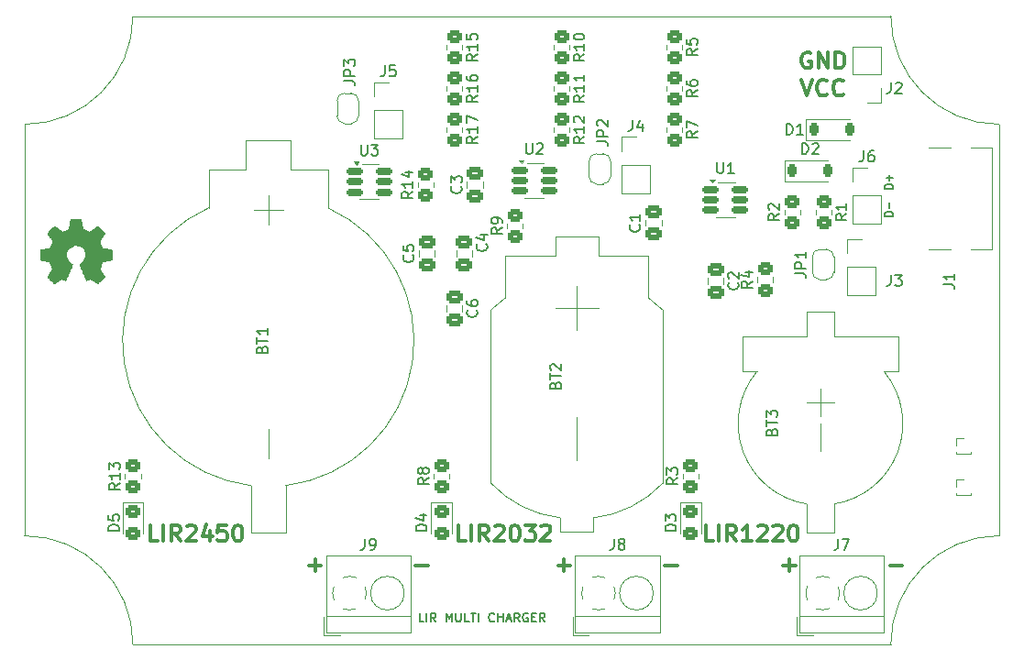
<source format=gbr>
G04 #@! TF.GenerationSoftware,KiCad,Pcbnew,7.0.11+dfsg-1build4*
G04 #@! TF.CreationDate,2025-09-21T21:37:11-05:00*
G04 #@! TF.ProjectId,lir-multi-charger,6c69722d-6d75-46c7-9469-2d6368617267,rev?*
G04 #@! TF.SameCoordinates,Original*
G04 #@! TF.FileFunction,Legend,Top*
G04 #@! TF.FilePolarity,Positive*
%FSLAX46Y46*%
G04 Gerber Fmt 4.6, Leading zero omitted, Abs format (unit mm)*
G04 Created by KiCad (PCBNEW 7.0.11+dfsg-1build4) date 2025-09-21 21:37:11*
%MOMM*%
%LPD*%
G01*
G04 APERTURE LIST*
G04 Aperture macros list*
%AMRoundRect*
0 Rectangle with rounded corners*
0 $1 Rounding radius*
0 $2 $3 $4 $5 $6 $7 $8 $9 X,Y pos of 4 corners*
0 Add a 4 corners polygon primitive as box body*
4,1,4,$2,$3,$4,$5,$6,$7,$8,$9,$2,$3,0*
0 Add four circle primitives for the rounded corners*
1,1,$1+$1,$2,$3*
1,1,$1+$1,$4,$5*
1,1,$1+$1,$6,$7*
1,1,$1+$1,$8,$9*
0 Add four rect primitives between the rounded corners*
20,1,$1+$1,$2,$3,$4,$5,0*
20,1,$1+$1,$4,$5,$6,$7,0*
20,1,$1+$1,$6,$7,$8,$9,0*
20,1,$1+$1,$8,$9,$2,$3,0*%
%AMFreePoly0*
4,1,19,0.500000,-0.750000,0.000000,-0.750000,0.000000,-0.744911,-0.071157,-0.744911,-0.207708,-0.704816,-0.327430,-0.627875,-0.420627,-0.520320,-0.479746,-0.390866,-0.500000,-0.250000,-0.500000,0.250000,-0.479746,0.390866,-0.420627,0.520320,-0.327430,0.627875,-0.207708,0.704816,-0.071157,0.744911,0.000000,0.744911,0.000000,0.750000,0.500000,0.750000,0.500000,-0.750000,0.500000,-0.750000,
$1*%
%AMFreePoly1*
4,1,19,0.000000,0.744911,0.071157,0.744911,0.207708,0.704816,0.327430,0.627875,0.420627,0.520320,0.479746,0.390866,0.500000,0.250000,0.500000,-0.250000,0.479746,-0.390866,0.420627,-0.520320,0.327430,-0.627875,0.207708,-0.704816,0.071157,-0.744911,0.000000,-0.744911,0.000000,-0.750000,-0.500000,-0.750000,-0.500000,0.750000,0.000000,0.750000,0.000000,0.744911,0.000000,0.744911,
$1*%
G04 Aperture macros list end*
%ADD10C,0.300000*%
%ADD11C,0.175000*%
%ADD12C,0.150000*%
%ADD13C,0.010000*%
%ADD14C,0.120000*%
%ADD15C,0.100000*%
%ADD16C,3.000000*%
%ADD17RoundRect,0.250000X-0.450000X0.350000X-0.450000X-0.350000X0.450000X-0.350000X0.450000X0.350000X0*%
%ADD18R,3.800000X3.500000*%
%ADD19R,2.800000X5.700000*%
%ADD20R,2.400000X2.400000*%
%ADD21C,2.400000*%
%ADD22RoundRect,0.250000X0.450000X-0.350000X0.450000X0.350000X-0.450000X0.350000X-0.450000X-0.350000X0*%
%ADD23RoundRect,0.250000X0.475000X-0.337500X0.475000X0.337500X-0.475000X0.337500X-0.475000X-0.337500X0*%
%ADD24FreePoly0,270.000000*%
%ADD25FreePoly1,270.000000*%
%ADD26R,1.700000X1.700000*%
%ADD27O,1.700000X1.700000*%
%ADD28C,1.200000*%
%ADD29R,2.300000X4.400000*%
%ADD30R,2.300000X4.000000*%
%ADD31RoundRect,0.250000X-0.450000X0.325000X-0.450000X-0.325000X0.450000X-0.325000X0.450000X0.325000X0*%
%ADD32RoundRect,0.225000X-0.225000X-0.375000X0.225000X-0.375000X0.225000X0.375000X-0.225000X0.375000X0*%
%ADD33R,0.850000X0.850000*%
%ADD34RoundRect,0.250000X-0.475000X0.337500X-0.475000X-0.337500X0.475000X-0.337500X0.475000X0.337500X0*%
%ADD35RoundRect,0.162500X-0.617500X-0.162500X0.617500X-0.162500X0.617500X0.162500X-0.617500X0.162500X0*%
%ADD36C,0.650000*%
%ADD37R,1.450000X0.600000*%
%ADD38R,1.450000X0.300000*%
%ADD39O,2.100000X1.000000*%
%ADD40O,1.600000X1.000000*%
%ADD41R,3.900000X4.300000*%
%ADD42R,3.000000X6.500000*%
G04 #@! TA.AperFunction,Profile*
%ADD43C,0.050000*%
G04 #@! TD*
G04 APERTURE END LIST*
D10*
X149254510Y-150729400D02*
X150397368Y-150729400D01*
X149825939Y-151300828D02*
X149825939Y-150157971D01*
X159111652Y-150729400D02*
X160254510Y-150729400D01*
X172593143Y-103389757D02*
X172450286Y-103318328D01*
X172450286Y-103318328D02*
X172236000Y-103318328D01*
X172236000Y-103318328D02*
X172021714Y-103389757D01*
X172021714Y-103389757D02*
X171878857Y-103532614D01*
X171878857Y-103532614D02*
X171807428Y-103675471D01*
X171807428Y-103675471D02*
X171736000Y-103961185D01*
X171736000Y-103961185D02*
X171736000Y-104175471D01*
X171736000Y-104175471D02*
X171807428Y-104461185D01*
X171807428Y-104461185D02*
X171878857Y-104604042D01*
X171878857Y-104604042D02*
X172021714Y-104746900D01*
X172021714Y-104746900D02*
X172236000Y-104818328D01*
X172236000Y-104818328D02*
X172378857Y-104818328D01*
X172378857Y-104818328D02*
X172593143Y-104746900D01*
X172593143Y-104746900D02*
X172664571Y-104675471D01*
X172664571Y-104675471D02*
X172664571Y-104175471D01*
X172664571Y-104175471D02*
X172378857Y-104175471D01*
X173307428Y-104818328D02*
X173307428Y-103318328D01*
X173307428Y-103318328D02*
X174164571Y-104818328D01*
X174164571Y-104818328D02*
X174164571Y-103318328D01*
X174878857Y-104818328D02*
X174878857Y-103318328D01*
X174878857Y-103318328D02*
X175236000Y-103318328D01*
X175236000Y-103318328D02*
X175450286Y-103389757D01*
X175450286Y-103389757D02*
X175593143Y-103532614D01*
X175593143Y-103532614D02*
X175664572Y-103675471D01*
X175664572Y-103675471D02*
X175736000Y-103961185D01*
X175736000Y-103961185D02*
X175736000Y-104175471D01*
X175736000Y-104175471D02*
X175664572Y-104461185D01*
X175664572Y-104461185D02*
X175593143Y-104604042D01*
X175593143Y-104604042D02*
X175450286Y-104746900D01*
X175450286Y-104746900D02*
X175236000Y-104818328D01*
X175236000Y-104818328D02*
X174878857Y-104818328D01*
X163632000Y-148506328D02*
X162917714Y-148506328D01*
X162917714Y-148506328D02*
X162917714Y-147006328D01*
X164132000Y-148506328D02*
X164132000Y-147006328D01*
X165703429Y-148506328D02*
X165203429Y-147792042D01*
X164846286Y-148506328D02*
X164846286Y-147006328D01*
X164846286Y-147006328D02*
X165417715Y-147006328D01*
X165417715Y-147006328D02*
X165560572Y-147077757D01*
X165560572Y-147077757D02*
X165632001Y-147149185D01*
X165632001Y-147149185D02*
X165703429Y-147292042D01*
X165703429Y-147292042D02*
X165703429Y-147506328D01*
X165703429Y-147506328D02*
X165632001Y-147649185D01*
X165632001Y-147649185D02*
X165560572Y-147720614D01*
X165560572Y-147720614D02*
X165417715Y-147792042D01*
X165417715Y-147792042D02*
X164846286Y-147792042D01*
X167132001Y-148506328D02*
X166274858Y-148506328D01*
X166703429Y-148506328D02*
X166703429Y-147006328D01*
X166703429Y-147006328D02*
X166560572Y-147220614D01*
X166560572Y-147220614D02*
X166417715Y-147363471D01*
X166417715Y-147363471D02*
X166274858Y-147434900D01*
X167703429Y-147149185D02*
X167774857Y-147077757D01*
X167774857Y-147077757D02*
X167917715Y-147006328D01*
X167917715Y-147006328D02*
X168274857Y-147006328D01*
X168274857Y-147006328D02*
X168417715Y-147077757D01*
X168417715Y-147077757D02*
X168489143Y-147149185D01*
X168489143Y-147149185D02*
X168560572Y-147292042D01*
X168560572Y-147292042D02*
X168560572Y-147434900D01*
X168560572Y-147434900D02*
X168489143Y-147649185D01*
X168489143Y-147649185D02*
X167632000Y-148506328D01*
X167632000Y-148506328D02*
X168560572Y-148506328D01*
X169132000Y-147149185D02*
X169203428Y-147077757D01*
X169203428Y-147077757D02*
X169346286Y-147006328D01*
X169346286Y-147006328D02*
X169703428Y-147006328D01*
X169703428Y-147006328D02*
X169846286Y-147077757D01*
X169846286Y-147077757D02*
X169917714Y-147149185D01*
X169917714Y-147149185D02*
X169989143Y-147292042D01*
X169989143Y-147292042D02*
X169989143Y-147434900D01*
X169989143Y-147434900D02*
X169917714Y-147649185D01*
X169917714Y-147649185D02*
X169060571Y-148506328D01*
X169060571Y-148506328D02*
X169989143Y-148506328D01*
X170917714Y-147006328D02*
X171060571Y-147006328D01*
X171060571Y-147006328D02*
X171203428Y-147077757D01*
X171203428Y-147077757D02*
X171274857Y-147149185D01*
X171274857Y-147149185D02*
X171346285Y-147292042D01*
X171346285Y-147292042D02*
X171417714Y-147577757D01*
X171417714Y-147577757D02*
X171417714Y-147934900D01*
X171417714Y-147934900D02*
X171346285Y-148220614D01*
X171346285Y-148220614D02*
X171274857Y-148363471D01*
X171274857Y-148363471D02*
X171203428Y-148434900D01*
X171203428Y-148434900D02*
X171060571Y-148506328D01*
X171060571Y-148506328D02*
X170917714Y-148506328D01*
X170917714Y-148506328D02*
X170774857Y-148434900D01*
X170774857Y-148434900D02*
X170703428Y-148363471D01*
X170703428Y-148363471D02*
X170631999Y-148220614D01*
X170631999Y-148220614D02*
X170560571Y-147934900D01*
X170560571Y-147934900D02*
X170560571Y-147577757D01*
X170560571Y-147577757D02*
X170631999Y-147292042D01*
X170631999Y-147292042D02*
X170703428Y-147149185D01*
X170703428Y-147149185D02*
X170774857Y-147077757D01*
X170774857Y-147077757D02*
X170917714Y-147006328D01*
D11*
X180192995Y-115932666D02*
X179392995Y-115932666D01*
X179392995Y-115932666D02*
X179392995Y-115765999D01*
X179392995Y-115765999D02*
X179431090Y-115665999D01*
X179431090Y-115665999D02*
X179507280Y-115599333D01*
X179507280Y-115599333D02*
X179583471Y-115565999D01*
X179583471Y-115565999D02*
X179735852Y-115532666D01*
X179735852Y-115532666D02*
X179850138Y-115532666D01*
X179850138Y-115532666D02*
X180002519Y-115565999D01*
X180002519Y-115565999D02*
X180078709Y-115599333D01*
X180078709Y-115599333D02*
X180154900Y-115665999D01*
X180154900Y-115665999D02*
X180192995Y-115765999D01*
X180192995Y-115765999D02*
X180192995Y-115932666D01*
X179888233Y-115232666D02*
X179888233Y-114699333D01*
X180192995Y-114965999D02*
X179583471Y-114965999D01*
X180192995Y-118472666D02*
X179392995Y-118472666D01*
X179392995Y-118472666D02*
X179392995Y-118305999D01*
X179392995Y-118305999D02*
X179431090Y-118205999D01*
X179431090Y-118205999D02*
X179507280Y-118139333D01*
X179507280Y-118139333D02*
X179583471Y-118105999D01*
X179583471Y-118105999D02*
X179735852Y-118072666D01*
X179735852Y-118072666D02*
X179850138Y-118072666D01*
X179850138Y-118072666D02*
X180002519Y-118105999D01*
X180002519Y-118105999D02*
X180078709Y-118139333D01*
X180078709Y-118139333D02*
X180154900Y-118205999D01*
X180154900Y-118205999D02*
X180192995Y-118305999D01*
X180192995Y-118305999D02*
X180192995Y-118472666D01*
X179888233Y-117772666D02*
X179888233Y-117239333D01*
D10*
X112324000Y-148506328D02*
X111609714Y-148506328D01*
X111609714Y-148506328D02*
X111609714Y-147006328D01*
X112824000Y-148506328D02*
X112824000Y-147006328D01*
X114395429Y-148506328D02*
X113895429Y-147792042D01*
X113538286Y-148506328D02*
X113538286Y-147006328D01*
X113538286Y-147006328D02*
X114109715Y-147006328D01*
X114109715Y-147006328D02*
X114252572Y-147077757D01*
X114252572Y-147077757D02*
X114324001Y-147149185D01*
X114324001Y-147149185D02*
X114395429Y-147292042D01*
X114395429Y-147292042D02*
X114395429Y-147506328D01*
X114395429Y-147506328D02*
X114324001Y-147649185D01*
X114324001Y-147649185D02*
X114252572Y-147720614D01*
X114252572Y-147720614D02*
X114109715Y-147792042D01*
X114109715Y-147792042D02*
X113538286Y-147792042D01*
X114966858Y-147149185D02*
X115038286Y-147077757D01*
X115038286Y-147077757D02*
X115181144Y-147006328D01*
X115181144Y-147006328D02*
X115538286Y-147006328D01*
X115538286Y-147006328D02*
X115681144Y-147077757D01*
X115681144Y-147077757D02*
X115752572Y-147149185D01*
X115752572Y-147149185D02*
X115824001Y-147292042D01*
X115824001Y-147292042D02*
X115824001Y-147434900D01*
X115824001Y-147434900D02*
X115752572Y-147649185D01*
X115752572Y-147649185D02*
X114895429Y-148506328D01*
X114895429Y-148506328D02*
X115824001Y-148506328D01*
X117109715Y-147506328D02*
X117109715Y-148506328D01*
X116752572Y-146934900D02*
X116395429Y-148006328D01*
X116395429Y-148006328D02*
X117324000Y-148006328D01*
X118609714Y-147006328D02*
X117895428Y-147006328D01*
X117895428Y-147006328D02*
X117824000Y-147720614D01*
X117824000Y-147720614D02*
X117895428Y-147649185D01*
X117895428Y-147649185D02*
X118038286Y-147577757D01*
X118038286Y-147577757D02*
X118395428Y-147577757D01*
X118395428Y-147577757D02*
X118538286Y-147649185D01*
X118538286Y-147649185D02*
X118609714Y-147720614D01*
X118609714Y-147720614D02*
X118681143Y-147863471D01*
X118681143Y-147863471D02*
X118681143Y-148220614D01*
X118681143Y-148220614D02*
X118609714Y-148363471D01*
X118609714Y-148363471D02*
X118538286Y-148434900D01*
X118538286Y-148434900D02*
X118395428Y-148506328D01*
X118395428Y-148506328D02*
X118038286Y-148506328D01*
X118038286Y-148506328D02*
X117895428Y-148434900D01*
X117895428Y-148434900D02*
X117824000Y-148363471D01*
X119609714Y-147006328D02*
X119752571Y-147006328D01*
X119752571Y-147006328D02*
X119895428Y-147077757D01*
X119895428Y-147077757D02*
X119966857Y-147149185D01*
X119966857Y-147149185D02*
X120038285Y-147292042D01*
X120038285Y-147292042D02*
X120109714Y-147577757D01*
X120109714Y-147577757D02*
X120109714Y-147934900D01*
X120109714Y-147934900D02*
X120038285Y-148220614D01*
X120038285Y-148220614D02*
X119966857Y-148363471D01*
X119966857Y-148363471D02*
X119895428Y-148434900D01*
X119895428Y-148434900D02*
X119752571Y-148506328D01*
X119752571Y-148506328D02*
X119609714Y-148506328D01*
X119609714Y-148506328D02*
X119466857Y-148434900D01*
X119466857Y-148434900D02*
X119395428Y-148363471D01*
X119395428Y-148363471D02*
X119323999Y-148220614D01*
X119323999Y-148220614D02*
X119252571Y-147934900D01*
X119252571Y-147934900D02*
X119252571Y-147577757D01*
X119252571Y-147577757D02*
X119323999Y-147292042D01*
X119323999Y-147292042D02*
X119395428Y-147149185D01*
X119395428Y-147149185D02*
X119466857Y-147077757D01*
X119466857Y-147077757D02*
X119609714Y-147006328D01*
X171736000Y-105858328D02*
X172236000Y-107358328D01*
X172236000Y-107358328D02*
X172736000Y-105858328D01*
X174093142Y-107215471D02*
X174021714Y-107286900D01*
X174021714Y-107286900D02*
X173807428Y-107358328D01*
X173807428Y-107358328D02*
X173664571Y-107358328D01*
X173664571Y-107358328D02*
X173450285Y-107286900D01*
X173450285Y-107286900D02*
X173307428Y-107144042D01*
X173307428Y-107144042D02*
X173235999Y-107001185D01*
X173235999Y-107001185D02*
X173164571Y-106715471D01*
X173164571Y-106715471D02*
X173164571Y-106501185D01*
X173164571Y-106501185D02*
X173235999Y-106215471D01*
X173235999Y-106215471D02*
X173307428Y-106072614D01*
X173307428Y-106072614D02*
X173450285Y-105929757D01*
X173450285Y-105929757D02*
X173664571Y-105858328D01*
X173664571Y-105858328D02*
X173807428Y-105858328D01*
X173807428Y-105858328D02*
X174021714Y-105929757D01*
X174021714Y-105929757D02*
X174093142Y-106001185D01*
X175593142Y-107215471D02*
X175521714Y-107286900D01*
X175521714Y-107286900D02*
X175307428Y-107358328D01*
X175307428Y-107358328D02*
X175164571Y-107358328D01*
X175164571Y-107358328D02*
X174950285Y-107286900D01*
X174950285Y-107286900D02*
X174807428Y-107144042D01*
X174807428Y-107144042D02*
X174735999Y-107001185D01*
X174735999Y-107001185D02*
X174664571Y-106715471D01*
X174664571Y-106715471D02*
X174664571Y-106501185D01*
X174664571Y-106501185D02*
X174735999Y-106215471D01*
X174735999Y-106215471D02*
X174807428Y-106072614D01*
X174807428Y-106072614D02*
X174950285Y-105929757D01*
X174950285Y-105929757D02*
X175164571Y-105858328D01*
X175164571Y-105858328D02*
X175307428Y-105858328D01*
X175307428Y-105858328D02*
X175521714Y-105929757D01*
X175521714Y-105929757D02*
X175593142Y-106001185D01*
X126254510Y-150729400D02*
X127397368Y-150729400D01*
X126825939Y-151300828D02*
X126825939Y-150157971D01*
X136111652Y-150729400D02*
X137254510Y-150729400D01*
X140772000Y-148506328D02*
X140057714Y-148506328D01*
X140057714Y-148506328D02*
X140057714Y-147006328D01*
X141272000Y-148506328D02*
X141272000Y-147006328D01*
X142843429Y-148506328D02*
X142343429Y-147792042D01*
X141986286Y-148506328D02*
X141986286Y-147006328D01*
X141986286Y-147006328D02*
X142557715Y-147006328D01*
X142557715Y-147006328D02*
X142700572Y-147077757D01*
X142700572Y-147077757D02*
X142772001Y-147149185D01*
X142772001Y-147149185D02*
X142843429Y-147292042D01*
X142843429Y-147292042D02*
X142843429Y-147506328D01*
X142843429Y-147506328D02*
X142772001Y-147649185D01*
X142772001Y-147649185D02*
X142700572Y-147720614D01*
X142700572Y-147720614D02*
X142557715Y-147792042D01*
X142557715Y-147792042D02*
X141986286Y-147792042D01*
X143414858Y-147149185D02*
X143486286Y-147077757D01*
X143486286Y-147077757D02*
X143629144Y-147006328D01*
X143629144Y-147006328D02*
X143986286Y-147006328D01*
X143986286Y-147006328D02*
X144129144Y-147077757D01*
X144129144Y-147077757D02*
X144200572Y-147149185D01*
X144200572Y-147149185D02*
X144272001Y-147292042D01*
X144272001Y-147292042D02*
X144272001Y-147434900D01*
X144272001Y-147434900D02*
X144200572Y-147649185D01*
X144200572Y-147649185D02*
X143343429Y-148506328D01*
X143343429Y-148506328D02*
X144272001Y-148506328D01*
X145200572Y-147006328D02*
X145343429Y-147006328D01*
X145343429Y-147006328D02*
X145486286Y-147077757D01*
X145486286Y-147077757D02*
X145557715Y-147149185D01*
X145557715Y-147149185D02*
X145629143Y-147292042D01*
X145629143Y-147292042D02*
X145700572Y-147577757D01*
X145700572Y-147577757D02*
X145700572Y-147934900D01*
X145700572Y-147934900D02*
X145629143Y-148220614D01*
X145629143Y-148220614D02*
X145557715Y-148363471D01*
X145557715Y-148363471D02*
X145486286Y-148434900D01*
X145486286Y-148434900D02*
X145343429Y-148506328D01*
X145343429Y-148506328D02*
X145200572Y-148506328D01*
X145200572Y-148506328D02*
X145057715Y-148434900D01*
X145057715Y-148434900D02*
X144986286Y-148363471D01*
X144986286Y-148363471D02*
X144914857Y-148220614D01*
X144914857Y-148220614D02*
X144843429Y-147934900D01*
X144843429Y-147934900D02*
X144843429Y-147577757D01*
X144843429Y-147577757D02*
X144914857Y-147292042D01*
X144914857Y-147292042D02*
X144986286Y-147149185D01*
X144986286Y-147149185D02*
X145057715Y-147077757D01*
X145057715Y-147077757D02*
X145200572Y-147006328D01*
X146200571Y-147006328D02*
X147129143Y-147006328D01*
X147129143Y-147006328D02*
X146629143Y-147577757D01*
X146629143Y-147577757D02*
X146843428Y-147577757D01*
X146843428Y-147577757D02*
X146986286Y-147649185D01*
X146986286Y-147649185D02*
X147057714Y-147720614D01*
X147057714Y-147720614D02*
X147129143Y-147863471D01*
X147129143Y-147863471D02*
X147129143Y-148220614D01*
X147129143Y-148220614D02*
X147057714Y-148363471D01*
X147057714Y-148363471D02*
X146986286Y-148434900D01*
X146986286Y-148434900D02*
X146843428Y-148506328D01*
X146843428Y-148506328D02*
X146414857Y-148506328D01*
X146414857Y-148506328D02*
X146272000Y-148434900D01*
X146272000Y-148434900D02*
X146200571Y-148363471D01*
X147700571Y-147149185D02*
X147771999Y-147077757D01*
X147771999Y-147077757D02*
X147914857Y-147006328D01*
X147914857Y-147006328D02*
X148271999Y-147006328D01*
X148271999Y-147006328D02*
X148414857Y-147077757D01*
X148414857Y-147077757D02*
X148486285Y-147149185D01*
X148486285Y-147149185D02*
X148557714Y-147292042D01*
X148557714Y-147292042D02*
X148557714Y-147434900D01*
X148557714Y-147434900D02*
X148486285Y-147649185D01*
X148486285Y-147649185D02*
X147629142Y-148506328D01*
X147629142Y-148506328D02*
X148557714Y-148506328D01*
X170054510Y-150729400D02*
X171197368Y-150729400D01*
X170625939Y-151300828D02*
X170625939Y-150157971D01*
X179911652Y-150729400D02*
X181054510Y-150729400D01*
D12*
X136868571Y-155928295D02*
X136487619Y-155928295D01*
X136487619Y-155928295D02*
X136487619Y-155128295D01*
X137135238Y-155928295D02*
X137135238Y-155128295D01*
X137973333Y-155928295D02*
X137706666Y-155547342D01*
X137516190Y-155928295D02*
X137516190Y-155128295D01*
X137516190Y-155128295D02*
X137820952Y-155128295D01*
X137820952Y-155128295D02*
X137897142Y-155166390D01*
X137897142Y-155166390D02*
X137935237Y-155204485D01*
X137935237Y-155204485D02*
X137973333Y-155280676D01*
X137973333Y-155280676D02*
X137973333Y-155394961D01*
X137973333Y-155394961D02*
X137935237Y-155471152D01*
X137935237Y-155471152D02*
X137897142Y-155509247D01*
X137897142Y-155509247D02*
X137820952Y-155547342D01*
X137820952Y-155547342D02*
X137516190Y-155547342D01*
X138925714Y-155928295D02*
X138925714Y-155128295D01*
X138925714Y-155128295D02*
X139192380Y-155699723D01*
X139192380Y-155699723D02*
X139459047Y-155128295D01*
X139459047Y-155128295D02*
X139459047Y-155928295D01*
X139840000Y-155128295D02*
X139840000Y-155775914D01*
X139840000Y-155775914D02*
X139878095Y-155852104D01*
X139878095Y-155852104D02*
X139916190Y-155890200D01*
X139916190Y-155890200D02*
X139992381Y-155928295D01*
X139992381Y-155928295D02*
X140144762Y-155928295D01*
X140144762Y-155928295D02*
X140220952Y-155890200D01*
X140220952Y-155890200D02*
X140259047Y-155852104D01*
X140259047Y-155852104D02*
X140297143Y-155775914D01*
X140297143Y-155775914D02*
X140297143Y-155128295D01*
X141059047Y-155928295D02*
X140678095Y-155928295D01*
X140678095Y-155928295D02*
X140678095Y-155128295D01*
X141211428Y-155128295D02*
X141668571Y-155128295D01*
X141439999Y-155928295D02*
X141439999Y-155128295D01*
X141935238Y-155928295D02*
X141935238Y-155128295D01*
X143382857Y-155852104D02*
X143344761Y-155890200D01*
X143344761Y-155890200D02*
X143230476Y-155928295D01*
X143230476Y-155928295D02*
X143154285Y-155928295D01*
X143154285Y-155928295D02*
X143039999Y-155890200D01*
X143039999Y-155890200D02*
X142963809Y-155814009D01*
X142963809Y-155814009D02*
X142925714Y-155737819D01*
X142925714Y-155737819D02*
X142887618Y-155585438D01*
X142887618Y-155585438D02*
X142887618Y-155471152D01*
X142887618Y-155471152D02*
X142925714Y-155318771D01*
X142925714Y-155318771D02*
X142963809Y-155242580D01*
X142963809Y-155242580D02*
X143039999Y-155166390D01*
X143039999Y-155166390D02*
X143154285Y-155128295D01*
X143154285Y-155128295D02*
X143230476Y-155128295D01*
X143230476Y-155128295D02*
X143344761Y-155166390D01*
X143344761Y-155166390D02*
X143382857Y-155204485D01*
X143725714Y-155928295D02*
X143725714Y-155128295D01*
X143725714Y-155509247D02*
X144182857Y-155509247D01*
X144182857Y-155928295D02*
X144182857Y-155128295D01*
X144525713Y-155699723D02*
X144906666Y-155699723D01*
X144449523Y-155928295D02*
X144716190Y-155128295D01*
X144716190Y-155128295D02*
X144982856Y-155928295D01*
X145706666Y-155928295D02*
X145439999Y-155547342D01*
X145249523Y-155928295D02*
X145249523Y-155128295D01*
X145249523Y-155128295D02*
X145554285Y-155128295D01*
X145554285Y-155128295D02*
X145630475Y-155166390D01*
X145630475Y-155166390D02*
X145668570Y-155204485D01*
X145668570Y-155204485D02*
X145706666Y-155280676D01*
X145706666Y-155280676D02*
X145706666Y-155394961D01*
X145706666Y-155394961D02*
X145668570Y-155471152D01*
X145668570Y-155471152D02*
X145630475Y-155509247D01*
X145630475Y-155509247D02*
X145554285Y-155547342D01*
X145554285Y-155547342D02*
X145249523Y-155547342D01*
X146468570Y-155166390D02*
X146392380Y-155128295D01*
X146392380Y-155128295D02*
X146278094Y-155128295D01*
X146278094Y-155128295D02*
X146163808Y-155166390D01*
X146163808Y-155166390D02*
X146087618Y-155242580D01*
X146087618Y-155242580D02*
X146049523Y-155318771D01*
X146049523Y-155318771D02*
X146011427Y-155471152D01*
X146011427Y-155471152D02*
X146011427Y-155585438D01*
X146011427Y-155585438D02*
X146049523Y-155737819D01*
X146049523Y-155737819D02*
X146087618Y-155814009D01*
X146087618Y-155814009D02*
X146163808Y-155890200D01*
X146163808Y-155890200D02*
X146278094Y-155928295D01*
X146278094Y-155928295D02*
X146354285Y-155928295D01*
X146354285Y-155928295D02*
X146468570Y-155890200D01*
X146468570Y-155890200D02*
X146506666Y-155852104D01*
X146506666Y-155852104D02*
X146506666Y-155585438D01*
X146506666Y-155585438D02*
X146354285Y-155585438D01*
X146849523Y-155509247D02*
X147116189Y-155509247D01*
X147230475Y-155928295D02*
X146849523Y-155928295D01*
X146849523Y-155928295D02*
X146849523Y-155128295D01*
X146849523Y-155128295D02*
X147230475Y-155128295D01*
X148030476Y-155928295D02*
X147763809Y-155547342D01*
X147573333Y-155928295D02*
X147573333Y-155128295D01*
X147573333Y-155128295D02*
X147878095Y-155128295D01*
X147878095Y-155128295D02*
X147954285Y-155166390D01*
X147954285Y-155166390D02*
X147992380Y-155204485D01*
X147992380Y-155204485D02*
X148030476Y-155280676D01*
X148030476Y-155280676D02*
X148030476Y-155394961D01*
X148030476Y-155394961D02*
X147992380Y-155471152D01*
X147992380Y-155471152D02*
X147954285Y-155509247D01*
X147954285Y-155509247D02*
X147878095Y-155547342D01*
X147878095Y-155547342D02*
X147573333Y-155547342D01*
X141804819Y-103512857D02*
X141328628Y-103846190D01*
X141804819Y-104084285D02*
X140804819Y-104084285D01*
X140804819Y-104084285D02*
X140804819Y-103703333D01*
X140804819Y-103703333D02*
X140852438Y-103608095D01*
X140852438Y-103608095D02*
X140900057Y-103560476D01*
X140900057Y-103560476D02*
X140995295Y-103512857D01*
X140995295Y-103512857D02*
X141138152Y-103512857D01*
X141138152Y-103512857D02*
X141233390Y-103560476D01*
X141233390Y-103560476D02*
X141281009Y-103608095D01*
X141281009Y-103608095D02*
X141328628Y-103703333D01*
X141328628Y-103703333D02*
X141328628Y-104084285D01*
X141804819Y-102560476D02*
X141804819Y-103131904D01*
X141804819Y-102846190D02*
X140804819Y-102846190D01*
X140804819Y-102846190D02*
X140947676Y-102941428D01*
X140947676Y-102941428D02*
X141042914Y-103036666D01*
X141042914Y-103036666D02*
X141090533Y-103131904D01*
X140804819Y-101655714D02*
X140804819Y-102131904D01*
X140804819Y-102131904D02*
X141281009Y-102179523D01*
X141281009Y-102179523D02*
X141233390Y-102131904D01*
X141233390Y-102131904D02*
X141185771Y-102036666D01*
X141185771Y-102036666D02*
X141185771Y-101798571D01*
X141185771Y-101798571D02*
X141233390Y-101703333D01*
X141233390Y-101703333D02*
X141281009Y-101655714D01*
X141281009Y-101655714D02*
X141376247Y-101608095D01*
X141376247Y-101608095D02*
X141614342Y-101608095D01*
X141614342Y-101608095D02*
X141709580Y-101655714D01*
X141709580Y-101655714D02*
X141757200Y-101703333D01*
X141757200Y-101703333D02*
X141804819Y-101798571D01*
X141804819Y-101798571D02*
X141804819Y-102036666D01*
X141804819Y-102036666D02*
X141757200Y-102131904D01*
X141757200Y-102131904D02*
X141709580Y-102179523D01*
X149026009Y-134080714D02*
X149073628Y-133937857D01*
X149073628Y-133937857D02*
X149121247Y-133890238D01*
X149121247Y-133890238D02*
X149216485Y-133842619D01*
X149216485Y-133842619D02*
X149359342Y-133842619D01*
X149359342Y-133842619D02*
X149454580Y-133890238D01*
X149454580Y-133890238D02*
X149502200Y-133937857D01*
X149502200Y-133937857D02*
X149549819Y-134033095D01*
X149549819Y-134033095D02*
X149549819Y-134414047D01*
X149549819Y-134414047D02*
X148549819Y-134414047D01*
X148549819Y-134414047D02*
X148549819Y-134080714D01*
X148549819Y-134080714D02*
X148597438Y-133985476D01*
X148597438Y-133985476D02*
X148645057Y-133937857D01*
X148645057Y-133937857D02*
X148740295Y-133890238D01*
X148740295Y-133890238D02*
X148835533Y-133890238D01*
X148835533Y-133890238D02*
X148930771Y-133937857D01*
X148930771Y-133937857D02*
X148978390Y-133985476D01*
X148978390Y-133985476D02*
X149026009Y-134080714D01*
X149026009Y-134080714D02*
X149026009Y-134414047D01*
X148549819Y-133556904D02*
X148549819Y-132985476D01*
X149549819Y-133271190D02*
X148549819Y-133271190D01*
X148645057Y-132699761D02*
X148597438Y-132652142D01*
X148597438Y-132652142D02*
X148549819Y-132556904D01*
X148549819Y-132556904D02*
X148549819Y-132318809D01*
X148549819Y-132318809D02*
X148597438Y-132223571D01*
X148597438Y-132223571D02*
X148645057Y-132175952D01*
X148645057Y-132175952D02*
X148740295Y-132128333D01*
X148740295Y-132128333D02*
X148835533Y-132128333D01*
X148835533Y-132128333D02*
X148978390Y-132175952D01*
X148978390Y-132175952D02*
X149549819Y-132747380D01*
X149549819Y-132747380D02*
X149549819Y-132128333D01*
X154416666Y-148294819D02*
X154416666Y-149009104D01*
X154416666Y-149009104D02*
X154369047Y-149151961D01*
X154369047Y-149151961D02*
X154273809Y-149247200D01*
X154273809Y-149247200D02*
X154130952Y-149294819D01*
X154130952Y-149294819D02*
X154035714Y-149294819D01*
X155035714Y-148723390D02*
X154940476Y-148675771D01*
X154940476Y-148675771D02*
X154892857Y-148628152D01*
X154892857Y-148628152D02*
X154845238Y-148532914D01*
X154845238Y-148532914D02*
X154845238Y-148485295D01*
X154845238Y-148485295D02*
X154892857Y-148390057D01*
X154892857Y-148390057D02*
X154940476Y-148342438D01*
X154940476Y-148342438D02*
X155035714Y-148294819D01*
X155035714Y-148294819D02*
X155226190Y-148294819D01*
X155226190Y-148294819D02*
X155321428Y-148342438D01*
X155321428Y-148342438D02*
X155369047Y-148390057D01*
X155369047Y-148390057D02*
X155416666Y-148485295D01*
X155416666Y-148485295D02*
X155416666Y-148532914D01*
X155416666Y-148532914D02*
X155369047Y-148628152D01*
X155369047Y-148628152D02*
X155321428Y-148675771D01*
X155321428Y-148675771D02*
X155226190Y-148723390D01*
X155226190Y-148723390D02*
X155035714Y-148723390D01*
X155035714Y-148723390D02*
X154940476Y-148771009D01*
X154940476Y-148771009D02*
X154892857Y-148818628D01*
X154892857Y-148818628D02*
X154845238Y-148913866D01*
X154845238Y-148913866D02*
X154845238Y-149104342D01*
X154845238Y-149104342D02*
X154892857Y-149199580D01*
X154892857Y-149199580D02*
X154940476Y-149247200D01*
X154940476Y-149247200D02*
X155035714Y-149294819D01*
X155035714Y-149294819D02*
X155226190Y-149294819D01*
X155226190Y-149294819D02*
X155321428Y-149247200D01*
X155321428Y-149247200D02*
X155369047Y-149199580D01*
X155369047Y-149199580D02*
X155416666Y-149104342D01*
X155416666Y-149104342D02*
X155416666Y-148913866D01*
X155416666Y-148913866D02*
X155369047Y-148818628D01*
X155369047Y-148818628D02*
X155321428Y-148771009D01*
X155321428Y-148771009D02*
X155226190Y-148723390D01*
X175116666Y-148294819D02*
X175116666Y-149009104D01*
X175116666Y-149009104D02*
X175069047Y-149151961D01*
X175069047Y-149151961D02*
X174973809Y-149247200D01*
X174973809Y-149247200D02*
X174830952Y-149294819D01*
X174830952Y-149294819D02*
X174735714Y-149294819D01*
X175497619Y-148294819D02*
X176164285Y-148294819D01*
X176164285Y-148294819D02*
X175735714Y-149294819D01*
X167206819Y-124499666D02*
X166730628Y-124832999D01*
X167206819Y-125071094D02*
X166206819Y-125071094D01*
X166206819Y-125071094D02*
X166206819Y-124690142D01*
X166206819Y-124690142D02*
X166254438Y-124594904D01*
X166254438Y-124594904D02*
X166302057Y-124547285D01*
X166302057Y-124547285D02*
X166397295Y-124499666D01*
X166397295Y-124499666D02*
X166540152Y-124499666D01*
X166540152Y-124499666D02*
X166635390Y-124547285D01*
X166635390Y-124547285D02*
X166683009Y-124594904D01*
X166683009Y-124594904D02*
X166730628Y-124690142D01*
X166730628Y-124690142D02*
X166730628Y-125071094D01*
X166540152Y-123642523D02*
X167206819Y-123642523D01*
X166159200Y-123880618D02*
X166873485Y-124118713D01*
X166873485Y-124118713D02*
X166873485Y-123499666D01*
X156764580Y-119276666D02*
X156812200Y-119324285D01*
X156812200Y-119324285D02*
X156859819Y-119467142D01*
X156859819Y-119467142D02*
X156859819Y-119562380D01*
X156859819Y-119562380D02*
X156812200Y-119705237D01*
X156812200Y-119705237D02*
X156716961Y-119800475D01*
X156716961Y-119800475D02*
X156621723Y-119848094D01*
X156621723Y-119848094D02*
X156431247Y-119895713D01*
X156431247Y-119895713D02*
X156288390Y-119895713D01*
X156288390Y-119895713D02*
X156097914Y-119848094D01*
X156097914Y-119848094D02*
X156002676Y-119800475D01*
X156002676Y-119800475D02*
X155907438Y-119705237D01*
X155907438Y-119705237D02*
X155859819Y-119562380D01*
X155859819Y-119562380D02*
X155859819Y-119467142D01*
X155859819Y-119467142D02*
X155907438Y-119324285D01*
X155907438Y-119324285D02*
X155955057Y-119276666D01*
X156859819Y-118324285D02*
X156859819Y-118895713D01*
X156859819Y-118609999D02*
X155859819Y-118609999D01*
X155859819Y-118609999D02*
X156002676Y-118705237D01*
X156002676Y-118705237D02*
X156097914Y-118800475D01*
X156097914Y-118800475D02*
X156145533Y-118895713D01*
X137304819Y-142666666D02*
X136828628Y-142999999D01*
X137304819Y-143238094D02*
X136304819Y-143238094D01*
X136304819Y-143238094D02*
X136304819Y-142857142D01*
X136304819Y-142857142D02*
X136352438Y-142761904D01*
X136352438Y-142761904D02*
X136400057Y-142714285D01*
X136400057Y-142714285D02*
X136495295Y-142666666D01*
X136495295Y-142666666D02*
X136638152Y-142666666D01*
X136638152Y-142666666D02*
X136733390Y-142714285D01*
X136733390Y-142714285D02*
X136781009Y-142761904D01*
X136781009Y-142761904D02*
X136828628Y-142857142D01*
X136828628Y-142857142D02*
X136828628Y-143238094D01*
X136733390Y-142095237D02*
X136685771Y-142190475D01*
X136685771Y-142190475D02*
X136638152Y-142238094D01*
X136638152Y-142238094D02*
X136542914Y-142285713D01*
X136542914Y-142285713D02*
X136495295Y-142285713D01*
X136495295Y-142285713D02*
X136400057Y-142238094D01*
X136400057Y-142238094D02*
X136352438Y-142190475D01*
X136352438Y-142190475D02*
X136304819Y-142095237D01*
X136304819Y-142095237D02*
X136304819Y-141904761D01*
X136304819Y-141904761D02*
X136352438Y-141809523D01*
X136352438Y-141809523D02*
X136400057Y-141761904D01*
X136400057Y-141761904D02*
X136495295Y-141714285D01*
X136495295Y-141714285D02*
X136542914Y-141714285D01*
X136542914Y-141714285D02*
X136638152Y-141761904D01*
X136638152Y-141761904D02*
X136685771Y-141809523D01*
X136685771Y-141809523D02*
X136733390Y-141904761D01*
X136733390Y-141904761D02*
X136733390Y-142095237D01*
X136733390Y-142095237D02*
X136781009Y-142190475D01*
X136781009Y-142190475D02*
X136828628Y-142238094D01*
X136828628Y-142238094D02*
X136923866Y-142285713D01*
X136923866Y-142285713D02*
X137114342Y-142285713D01*
X137114342Y-142285713D02*
X137209580Y-142238094D01*
X137209580Y-142238094D02*
X137257200Y-142190475D01*
X137257200Y-142190475D02*
X137304819Y-142095237D01*
X137304819Y-142095237D02*
X137304819Y-141904761D01*
X137304819Y-141904761D02*
X137257200Y-141809523D01*
X137257200Y-141809523D02*
X137209580Y-141761904D01*
X137209580Y-141761904D02*
X137114342Y-141714285D01*
X137114342Y-141714285D02*
X136923866Y-141714285D01*
X136923866Y-141714285D02*
X136828628Y-141761904D01*
X136828628Y-141761904D02*
X136781009Y-141809523D01*
X136781009Y-141809523D02*
X136733390Y-141904761D01*
X152870819Y-111577334D02*
X153585104Y-111577334D01*
X153585104Y-111577334D02*
X153727961Y-111624953D01*
X153727961Y-111624953D02*
X153823200Y-111720191D01*
X153823200Y-111720191D02*
X153870819Y-111863048D01*
X153870819Y-111863048D02*
X153870819Y-111958286D01*
X153870819Y-111101143D02*
X152870819Y-111101143D01*
X152870819Y-111101143D02*
X152870819Y-110720191D01*
X152870819Y-110720191D02*
X152918438Y-110624953D01*
X152918438Y-110624953D02*
X152966057Y-110577334D01*
X152966057Y-110577334D02*
X153061295Y-110529715D01*
X153061295Y-110529715D02*
X153204152Y-110529715D01*
X153204152Y-110529715D02*
X153299390Y-110577334D01*
X153299390Y-110577334D02*
X153347009Y-110624953D01*
X153347009Y-110624953D02*
X153394628Y-110720191D01*
X153394628Y-110720191D02*
X153394628Y-111101143D01*
X152966057Y-110148762D02*
X152918438Y-110101143D01*
X152918438Y-110101143D02*
X152870819Y-110005905D01*
X152870819Y-110005905D02*
X152870819Y-109767810D01*
X152870819Y-109767810D02*
X152918438Y-109672572D01*
X152918438Y-109672572D02*
X152966057Y-109624953D01*
X152966057Y-109624953D02*
X153061295Y-109577334D01*
X153061295Y-109577334D02*
X153156533Y-109577334D01*
X153156533Y-109577334D02*
X153299390Y-109624953D01*
X153299390Y-109624953D02*
X153870819Y-110196381D01*
X153870819Y-110196381D02*
X153870819Y-109577334D01*
X162124819Y-110656666D02*
X161648628Y-110989999D01*
X162124819Y-111228094D02*
X161124819Y-111228094D01*
X161124819Y-111228094D02*
X161124819Y-110847142D01*
X161124819Y-110847142D02*
X161172438Y-110751904D01*
X161172438Y-110751904D02*
X161220057Y-110704285D01*
X161220057Y-110704285D02*
X161315295Y-110656666D01*
X161315295Y-110656666D02*
X161458152Y-110656666D01*
X161458152Y-110656666D02*
X161553390Y-110704285D01*
X161553390Y-110704285D02*
X161601009Y-110751904D01*
X161601009Y-110751904D02*
X161648628Y-110847142D01*
X161648628Y-110847142D02*
X161648628Y-111228094D01*
X161124819Y-110323332D02*
X161124819Y-109656666D01*
X161124819Y-109656666D02*
X162124819Y-110085237D01*
X151694819Y-103512857D02*
X151218628Y-103846190D01*
X151694819Y-104084285D02*
X150694819Y-104084285D01*
X150694819Y-104084285D02*
X150694819Y-103703333D01*
X150694819Y-103703333D02*
X150742438Y-103608095D01*
X150742438Y-103608095D02*
X150790057Y-103560476D01*
X150790057Y-103560476D02*
X150885295Y-103512857D01*
X150885295Y-103512857D02*
X151028152Y-103512857D01*
X151028152Y-103512857D02*
X151123390Y-103560476D01*
X151123390Y-103560476D02*
X151171009Y-103608095D01*
X151171009Y-103608095D02*
X151218628Y-103703333D01*
X151218628Y-103703333D02*
X151218628Y-104084285D01*
X151694819Y-102560476D02*
X151694819Y-103131904D01*
X151694819Y-102846190D02*
X150694819Y-102846190D01*
X150694819Y-102846190D02*
X150837676Y-102941428D01*
X150837676Y-102941428D02*
X150932914Y-103036666D01*
X150932914Y-103036666D02*
X150980533Y-103131904D01*
X150694819Y-101941428D02*
X150694819Y-101846190D01*
X150694819Y-101846190D02*
X150742438Y-101750952D01*
X150742438Y-101750952D02*
X150790057Y-101703333D01*
X150790057Y-101703333D02*
X150885295Y-101655714D01*
X150885295Y-101655714D02*
X151075771Y-101608095D01*
X151075771Y-101608095D02*
X151313866Y-101608095D01*
X151313866Y-101608095D02*
X151504342Y-101655714D01*
X151504342Y-101655714D02*
X151599580Y-101703333D01*
X151599580Y-101703333D02*
X151647200Y-101750952D01*
X151647200Y-101750952D02*
X151694819Y-101846190D01*
X151694819Y-101846190D02*
X151694819Y-101941428D01*
X151694819Y-101941428D02*
X151647200Y-102036666D01*
X151647200Y-102036666D02*
X151599580Y-102084285D01*
X151599580Y-102084285D02*
X151504342Y-102131904D01*
X151504342Y-102131904D02*
X151313866Y-102179523D01*
X151313866Y-102179523D02*
X151075771Y-102179523D01*
X151075771Y-102179523D02*
X150885295Y-102131904D01*
X150885295Y-102131904D02*
X150790057Y-102084285D01*
X150790057Y-102084285D02*
X150742438Y-102036666D01*
X150742438Y-102036666D02*
X150694819Y-101941428D01*
X171158819Y-123769333D02*
X171873104Y-123769333D01*
X171873104Y-123769333D02*
X172015961Y-123816952D01*
X172015961Y-123816952D02*
X172111200Y-123912190D01*
X172111200Y-123912190D02*
X172158819Y-124055047D01*
X172158819Y-124055047D02*
X172158819Y-124150285D01*
X172158819Y-123293142D02*
X171158819Y-123293142D01*
X171158819Y-123293142D02*
X171158819Y-122912190D01*
X171158819Y-122912190D02*
X171206438Y-122816952D01*
X171206438Y-122816952D02*
X171254057Y-122769333D01*
X171254057Y-122769333D02*
X171349295Y-122721714D01*
X171349295Y-122721714D02*
X171492152Y-122721714D01*
X171492152Y-122721714D02*
X171587390Y-122769333D01*
X171587390Y-122769333D02*
X171635009Y-122816952D01*
X171635009Y-122816952D02*
X171682628Y-122912190D01*
X171682628Y-122912190D02*
X171682628Y-123293142D01*
X172158819Y-121769333D02*
X172158819Y-122340761D01*
X172158819Y-122055047D02*
X171158819Y-122055047D01*
X171158819Y-122055047D02*
X171301676Y-122150285D01*
X171301676Y-122150285D02*
X171396914Y-122245523D01*
X171396914Y-122245523D02*
X171444533Y-122340761D01*
X180006666Y-123914819D02*
X180006666Y-124629104D01*
X180006666Y-124629104D02*
X179959047Y-124771961D01*
X179959047Y-124771961D02*
X179863809Y-124867200D01*
X179863809Y-124867200D02*
X179720952Y-124914819D01*
X179720952Y-124914819D02*
X179625714Y-124914819D01*
X180387619Y-123914819D02*
X181006666Y-123914819D01*
X181006666Y-123914819D02*
X180673333Y-124295771D01*
X180673333Y-124295771D02*
X180816190Y-124295771D01*
X180816190Y-124295771D02*
X180911428Y-124343390D01*
X180911428Y-124343390D02*
X180959047Y-124391009D01*
X180959047Y-124391009D02*
X181006666Y-124486247D01*
X181006666Y-124486247D02*
X181006666Y-124724342D01*
X181006666Y-124724342D02*
X180959047Y-124819580D01*
X180959047Y-124819580D02*
X180911428Y-124867200D01*
X180911428Y-124867200D02*
X180816190Y-124914819D01*
X180816190Y-124914819D02*
X180530476Y-124914819D01*
X180530476Y-124914819D02*
X180435238Y-124867200D01*
X180435238Y-124867200D02*
X180387619Y-124819580D01*
X168986009Y-138385714D02*
X169033628Y-138242857D01*
X169033628Y-138242857D02*
X169081247Y-138195238D01*
X169081247Y-138195238D02*
X169176485Y-138147619D01*
X169176485Y-138147619D02*
X169319342Y-138147619D01*
X169319342Y-138147619D02*
X169414580Y-138195238D01*
X169414580Y-138195238D02*
X169462200Y-138242857D01*
X169462200Y-138242857D02*
X169509819Y-138338095D01*
X169509819Y-138338095D02*
X169509819Y-138719047D01*
X169509819Y-138719047D02*
X168509819Y-138719047D01*
X168509819Y-138719047D02*
X168509819Y-138385714D01*
X168509819Y-138385714D02*
X168557438Y-138290476D01*
X168557438Y-138290476D02*
X168605057Y-138242857D01*
X168605057Y-138242857D02*
X168700295Y-138195238D01*
X168700295Y-138195238D02*
X168795533Y-138195238D01*
X168795533Y-138195238D02*
X168890771Y-138242857D01*
X168890771Y-138242857D02*
X168938390Y-138290476D01*
X168938390Y-138290476D02*
X168986009Y-138385714D01*
X168986009Y-138385714D02*
X168986009Y-138719047D01*
X168509819Y-137861904D02*
X168509819Y-137290476D01*
X169509819Y-137576190D02*
X168509819Y-137576190D01*
X168509819Y-137052380D02*
X168509819Y-136433333D01*
X168509819Y-136433333D02*
X168890771Y-136766666D01*
X168890771Y-136766666D02*
X168890771Y-136623809D01*
X168890771Y-136623809D02*
X168938390Y-136528571D01*
X168938390Y-136528571D02*
X168986009Y-136480952D01*
X168986009Y-136480952D02*
X169081247Y-136433333D01*
X169081247Y-136433333D02*
X169319342Y-136433333D01*
X169319342Y-136433333D02*
X169414580Y-136480952D01*
X169414580Y-136480952D02*
X169462200Y-136528571D01*
X169462200Y-136528571D02*
X169509819Y-136623809D01*
X169509819Y-136623809D02*
X169509819Y-136909523D01*
X169509819Y-136909523D02*
X169462200Y-137004761D01*
X169462200Y-137004761D02*
X169414580Y-137052380D01*
X160154819Y-147538094D02*
X159154819Y-147538094D01*
X159154819Y-147538094D02*
X159154819Y-147299999D01*
X159154819Y-147299999D02*
X159202438Y-147157142D01*
X159202438Y-147157142D02*
X159297676Y-147061904D01*
X159297676Y-147061904D02*
X159392914Y-147014285D01*
X159392914Y-147014285D02*
X159583390Y-146966666D01*
X159583390Y-146966666D02*
X159726247Y-146966666D01*
X159726247Y-146966666D02*
X159916723Y-147014285D01*
X159916723Y-147014285D02*
X160011961Y-147061904D01*
X160011961Y-147061904D02*
X160107200Y-147157142D01*
X160107200Y-147157142D02*
X160154819Y-147299999D01*
X160154819Y-147299999D02*
X160154819Y-147538094D01*
X159154819Y-146633332D02*
X159154819Y-146014285D01*
X159154819Y-146014285D02*
X159535771Y-146347618D01*
X159535771Y-146347618D02*
X159535771Y-146204761D01*
X159535771Y-146204761D02*
X159583390Y-146109523D01*
X159583390Y-146109523D02*
X159631009Y-146061904D01*
X159631009Y-146061904D02*
X159726247Y-146014285D01*
X159726247Y-146014285D02*
X159964342Y-146014285D01*
X159964342Y-146014285D02*
X160059580Y-146061904D01*
X160059580Y-146061904D02*
X160107200Y-146109523D01*
X160107200Y-146109523D02*
X160154819Y-146204761D01*
X160154819Y-146204761D02*
X160154819Y-146490475D01*
X160154819Y-146490475D02*
X160107200Y-146585713D01*
X160107200Y-146585713D02*
X160059580Y-146633332D01*
X133270666Y-104561819D02*
X133270666Y-105276104D01*
X133270666Y-105276104D02*
X133223047Y-105418961D01*
X133223047Y-105418961D02*
X133127809Y-105514200D01*
X133127809Y-105514200D02*
X132984952Y-105561819D01*
X132984952Y-105561819D02*
X132889714Y-105561819D01*
X134223047Y-104561819D02*
X133746857Y-104561819D01*
X133746857Y-104561819D02*
X133699238Y-105038009D01*
X133699238Y-105038009D02*
X133746857Y-104990390D01*
X133746857Y-104990390D02*
X133842095Y-104942771D01*
X133842095Y-104942771D02*
X134080190Y-104942771D01*
X134080190Y-104942771D02*
X134175428Y-104990390D01*
X134175428Y-104990390D02*
X134223047Y-105038009D01*
X134223047Y-105038009D02*
X134270666Y-105133247D01*
X134270666Y-105133247D02*
X134270666Y-105371342D01*
X134270666Y-105371342D02*
X134223047Y-105466580D01*
X134223047Y-105466580D02*
X134175428Y-105514200D01*
X134175428Y-105514200D02*
X134080190Y-105561819D01*
X134080190Y-105561819D02*
X133842095Y-105561819D01*
X133842095Y-105561819D02*
X133746857Y-105514200D01*
X133746857Y-105514200D02*
X133699238Y-105466580D01*
X162124819Y-103036666D02*
X161648628Y-103369999D01*
X162124819Y-103608094D02*
X161124819Y-103608094D01*
X161124819Y-103608094D02*
X161124819Y-103227142D01*
X161124819Y-103227142D02*
X161172438Y-103131904D01*
X161172438Y-103131904D02*
X161220057Y-103084285D01*
X161220057Y-103084285D02*
X161315295Y-103036666D01*
X161315295Y-103036666D02*
X161458152Y-103036666D01*
X161458152Y-103036666D02*
X161553390Y-103084285D01*
X161553390Y-103084285D02*
X161601009Y-103131904D01*
X161601009Y-103131904D02*
X161648628Y-103227142D01*
X161648628Y-103227142D02*
X161648628Y-103608094D01*
X161124819Y-102131904D02*
X161124819Y-102608094D01*
X161124819Y-102608094D02*
X161601009Y-102655713D01*
X161601009Y-102655713D02*
X161553390Y-102608094D01*
X161553390Y-102608094D02*
X161505771Y-102512856D01*
X161505771Y-102512856D02*
X161505771Y-102274761D01*
X161505771Y-102274761D02*
X161553390Y-102179523D01*
X161553390Y-102179523D02*
X161601009Y-102131904D01*
X161601009Y-102131904D02*
X161696247Y-102084285D01*
X161696247Y-102084285D02*
X161934342Y-102084285D01*
X161934342Y-102084285D02*
X162029580Y-102131904D01*
X162029580Y-102131904D02*
X162077200Y-102179523D01*
X162077200Y-102179523D02*
X162124819Y-102274761D01*
X162124819Y-102274761D02*
X162124819Y-102512856D01*
X162124819Y-102512856D02*
X162077200Y-102608094D01*
X162077200Y-102608094D02*
X162029580Y-102655713D01*
X171791905Y-112754819D02*
X171791905Y-111754819D01*
X171791905Y-111754819D02*
X172030000Y-111754819D01*
X172030000Y-111754819D02*
X172172857Y-111802438D01*
X172172857Y-111802438D02*
X172268095Y-111897676D01*
X172268095Y-111897676D02*
X172315714Y-111992914D01*
X172315714Y-111992914D02*
X172363333Y-112183390D01*
X172363333Y-112183390D02*
X172363333Y-112326247D01*
X172363333Y-112326247D02*
X172315714Y-112516723D01*
X172315714Y-112516723D02*
X172268095Y-112611961D01*
X172268095Y-112611961D02*
X172172857Y-112707200D01*
X172172857Y-112707200D02*
X172030000Y-112754819D01*
X172030000Y-112754819D02*
X171791905Y-112754819D01*
X172744286Y-111850057D02*
X172791905Y-111802438D01*
X172791905Y-111802438D02*
X172887143Y-111754819D01*
X172887143Y-111754819D02*
X173125238Y-111754819D01*
X173125238Y-111754819D02*
X173220476Y-111802438D01*
X173220476Y-111802438D02*
X173268095Y-111850057D01*
X173268095Y-111850057D02*
X173315714Y-111945295D01*
X173315714Y-111945295D02*
X173315714Y-112040533D01*
X173315714Y-112040533D02*
X173268095Y-112183390D01*
X173268095Y-112183390D02*
X172696667Y-112754819D01*
X172696667Y-112754819D02*
X173315714Y-112754819D01*
X137134819Y-147538094D02*
X136134819Y-147538094D01*
X136134819Y-147538094D02*
X136134819Y-147299999D01*
X136134819Y-147299999D02*
X136182438Y-147157142D01*
X136182438Y-147157142D02*
X136277676Y-147061904D01*
X136277676Y-147061904D02*
X136372914Y-147014285D01*
X136372914Y-147014285D02*
X136563390Y-146966666D01*
X136563390Y-146966666D02*
X136706247Y-146966666D01*
X136706247Y-146966666D02*
X136896723Y-147014285D01*
X136896723Y-147014285D02*
X136991961Y-147061904D01*
X136991961Y-147061904D02*
X137087200Y-147157142D01*
X137087200Y-147157142D02*
X137134819Y-147299999D01*
X137134819Y-147299999D02*
X137134819Y-147538094D01*
X136468152Y-146109523D02*
X137134819Y-146109523D01*
X136087200Y-146347618D02*
X136801485Y-146585713D01*
X136801485Y-146585713D02*
X136801485Y-145966666D01*
X131416666Y-148294819D02*
X131416666Y-149009104D01*
X131416666Y-149009104D02*
X131369047Y-149151961D01*
X131369047Y-149151961D02*
X131273809Y-149247200D01*
X131273809Y-149247200D02*
X131130952Y-149294819D01*
X131130952Y-149294819D02*
X131035714Y-149294819D01*
X131940476Y-149294819D02*
X132130952Y-149294819D01*
X132130952Y-149294819D02*
X132226190Y-149247200D01*
X132226190Y-149247200D02*
X132273809Y-149199580D01*
X132273809Y-149199580D02*
X132369047Y-149056723D01*
X132369047Y-149056723D02*
X132416666Y-148866247D01*
X132416666Y-148866247D02*
X132416666Y-148485295D01*
X132416666Y-148485295D02*
X132369047Y-148390057D01*
X132369047Y-148390057D02*
X132321428Y-148342438D01*
X132321428Y-148342438D02*
X132226190Y-148294819D01*
X132226190Y-148294819D02*
X132035714Y-148294819D01*
X132035714Y-148294819D02*
X131940476Y-148342438D01*
X131940476Y-148342438D02*
X131892857Y-148390057D01*
X131892857Y-148390057D02*
X131845238Y-148485295D01*
X131845238Y-148485295D02*
X131845238Y-148723390D01*
X131845238Y-148723390D02*
X131892857Y-148818628D01*
X131892857Y-148818628D02*
X131940476Y-148866247D01*
X131940476Y-148866247D02*
X132035714Y-148913866D01*
X132035714Y-148913866D02*
X132226190Y-148913866D01*
X132226190Y-148913866D02*
X132321428Y-148866247D01*
X132321428Y-148866247D02*
X132369047Y-148818628D01*
X132369047Y-148818628D02*
X132416666Y-148723390D01*
X141804819Y-107322857D02*
X141328628Y-107656190D01*
X141804819Y-107894285D02*
X140804819Y-107894285D01*
X140804819Y-107894285D02*
X140804819Y-107513333D01*
X140804819Y-107513333D02*
X140852438Y-107418095D01*
X140852438Y-107418095D02*
X140900057Y-107370476D01*
X140900057Y-107370476D02*
X140995295Y-107322857D01*
X140995295Y-107322857D02*
X141138152Y-107322857D01*
X141138152Y-107322857D02*
X141233390Y-107370476D01*
X141233390Y-107370476D02*
X141281009Y-107418095D01*
X141281009Y-107418095D02*
X141328628Y-107513333D01*
X141328628Y-107513333D02*
X141328628Y-107894285D01*
X141804819Y-106370476D02*
X141804819Y-106941904D01*
X141804819Y-106656190D02*
X140804819Y-106656190D01*
X140804819Y-106656190D02*
X140947676Y-106751428D01*
X140947676Y-106751428D02*
X141042914Y-106846666D01*
X141042914Y-106846666D02*
X141090533Y-106941904D01*
X140804819Y-105513333D02*
X140804819Y-105703809D01*
X140804819Y-105703809D02*
X140852438Y-105799047D01*
X140852438Y-105799047D02*
X140900057Y-105846666D01*
X140900057Y-105846666D02*
X141042914Y-105941904D01*
X141042914Y-105941904D02*
X141233390Y-105989523D01*
X141233390Y-105989523D02*
X141614342Y-105989523D01*
X141614342Y-105989523D02*
X141709580Y-105941904D01*
X141709580Y-105941904D02*
X141757200Y-105894285D01*
X141757200Y-105894285D02*
X141804819Y-105799047D01*
X141804819Y-105799047D02*
X141804819Y-105608571D01*
X141804819Y-105608571D02*
X141757200Y-105513333D01*
X141757200Y-105513333D02*
X141709580Y-105465714D01*
X141709580Y-105465714D02*
X141614342Y-105418095D01*
X141614342Y-105418095D02*
X141376247Y-105418095D01*
X141376247Y-105418095D02*
X141281009Y-105465714D01*
X141281009Y-105465714D02*
X141233390Y-105513333D01*
X141233390Y-105513333D02*
X141185771Y-105608571D01*
X141185771Y-105608571D02*
X141185771Y-105799047D01*
X141185771Y-105799047D02*
X141233390Y-105894285D01*
X141233390Y-105894285D02*
X141281009Y-105941904D01*
X141281009Y-105941904D02*
X141376247Y-105989523D01*
X151694819Y-107322857D02*
X151218628Y-107656190D01*
X151694819Y-107894285D02*
X150694819Y-107894285D01*
X150694819Y-107894285D02*
X150694819Y-107513333D01*
X150694819Y-107513333D02*
X150742438Y-107418095D01*
X150742438Y-107418095D02*
X150790057Y-107370476D01*
X150790057Y-107370476D02*
X150885295Y-107322857D01*
X150885295Y-107322857D02*
X151028152Y-107322857D01*
X151028152Y-107322857D02*
X151123390Y-107370476D01*
X151123390Y-107370476D02*
X151171009Y-107418095D01*
X151171009Y-107418095D02*
X151218628Y-107513333D01*
X151218628Y-107513333D02*
X151218628Y-107894285D01*
X151694819Y-106370476D02*
X151694819Y-106941904D01*
X151694819Y-106656190D02*
X150694819Y-106656190D01*
X150694819Y-106656190D02*
X150837676Y-106751428D01*
X150837676Y-106751428D02*
X150932914Y-106846666D01*
X150932914Y-106846666D02*
X150980533Y-106941904D01*
X151694819Y-105418095D02*
X151694819Y-105989523D01*
X151694819Y-105703809D02*
X150694819Y-105703809D01*
X150694819Y-105703809D02*
X150837676Y-105799047D01*
X150837676Y-105799047D02*
X150932914Y-105894285D01*
X150932914Y-105894285D02*
X150980533Y-105989523D01*
X162124819Y-106846666D02*
X161648628Y-107179999D01*
X162124819Y-107418094D02*
X161124819Y-107418094D01*
X161124819Y-107418094D02*
X161124819Y-107037142D01*
X161124819Y-107037142D02*
X161172438Y-106941904D01*
X161172438Y-106941904D02*
X161220057Y-106894285D01*
X161220057Y-106894285D02*
X161315295Y-106846666D01*
X161315295Y-106846666D02*
X161458152Y-106846666D01*
X161458152Y-106846666D02*
X161553390Y-106894285D01*
X161553390Y-106894285D02*
X161601009Y-106941904D01*
X161601009Y-106941904D02*
X161648628Y-107037142D01*
X161648628Y-107037142D02*
X161648628Y-107418094D01*
X161124819Y-105989523D02*
X161124819Y-106179999D01*
X161124819Y-106179999D02*
X161172438Y-106275237D01*
X161172438Y-106275237D02*
X161220057Y-106322856D01*
X161220057Y-106322856D02*
X161362914Y-106418094D01*
X161362914Y-106418094D02*
X161553390Y-106465713D01*
X161553390Y-106465713D02*
X161934342Y-106465713D01*
X161934342Y-106465713D02*
X162029580Y-106418094D01*
X162029580Y-106418094D02*
X162077200Y-106370475D01*
X162077200Y-106370475D02*
X162124819Y-106275237D01*
X162124819Y-106275237D02*
X162124819Y-106084761D01*
X162124819Y-106084761D02*
X162077200Y-105989523D01*
X162077200Y-105989523D02*
X162029580Y-105941904D01*
X162029580Y-105941904D02*
X161934342Y-105894285D01*
X161934342Y-105894285D02*
X161696247Y-105894285D01*
X161696247Y-105894285D02*
X161601009Y-105941904D01*
X161601009Y-105941904D02*
X161553390Y-105989523D01*
X161553390Y-105989523D02*
X161505771Y-106084761D01*
X161505771Y-106084761D02*
X161505771Y-106275237D01*
X161505771Y-106275237D02*
X161553390Y-106370475D01*
X161553390Y-106370475D02*
X161601009Y-106418094D01*
X161601009Y-106418094D02*
X161696247Y-106465713D01*
X142628580Y-121070666D02*
X142676200Y-121118285D01*
X142676200Y-121118285D02*
X142723819Y-121261142D01*
X142723819Y-121261142D02*
X142723819Y-121356380D01*
X142723819Y-121356380D02*
X142676200Y-121499237D01*
X142676200Y-121499237D02*
X142580961Y-121594475D01*
X142580961Y-121594475D02*
X142485723Y-121642094D01*
X142485723Y-121642094D02*
X142295247Y-121689713D01*
X142295247Y-121689713D02*
X142152390Y-121689713D01*
X142152390Y-121689713D02*
X141961914Y-121642094D01*
X141961914Y-121642094D02*
X141866676Y-121594475D01*
X141866676Y-121594475D02*
X141771438Y-121499237D01*
X141771438Y-121499237D02*
X141723819Y-121356380D01*
X141723819Y-121356380D02*
X141723819Y-121261142D01*
X141723819Y-121261142D02*
X141771438Y-121118285D01*
X141771438Y-121118285D02*
X141819057Y-121070666D01*
X142057152Y-120213523D02*
X142723819Y-120213523D01*
X141676200Y-120451618D02*
X142390485Y-120689713D01*
X142390485Y-120689713D02*
X142390485Y-120070666D01*
X146304095Y-111743819D02*
X146304095Y-112553342D01*
X146304095Y-112553342D02*
X146351714Y-112648580D01*
X146351714Y-112648580D02*
X146399333Y-112696200D01*
X146399333Y-112696200D02*
X146494571Y-112743819D01*
X146494571Y-112743819D02*
X146685047Y-112743819D01*
X146685047Y-112743819D02*
X146780285Y-112696200D01*
X146780285Y-112696200D02*
X146827904Y-112648580D01*
X146827904Y-112648580D02*
X146875523Y-112553342D01*
X146875523Y-112553342D02*
X146875523Y-111743819D01*
X147304095Y-111839057D02*
X147351714Y-111791438D01*
X147351714Y-111791438D02*
X147446952Y-111743819D01*
X147446952Y-111743819D02*
X147685047Y-111743819D01*
X147685047Y-111743819D02*
X147780285Y-111791438D01*
X147780285Y-111791438D02*
X147827904Y-111839057D01*
X147827904Y-111839057D02*
X147875523Y-111934295D01*
X147875523Y-111934295D02*
X147875523Y-112029533D01*
X147875523Y-112029533D02*
X147827904Y-112172390D01*
X147827904Y-112172390D02*
X147256476Y-112743819D01*
X147256476Y-112743819D02*
X147875523Y-112743819D01*
X165869580Y-124626666D02*
X165917200Y-124674285D01*
X165917200Y-124674285D02*
X165964819Y-124817142D01*
X165964819Y-124817142D02*
X165964819Y-124912380D01*
X165964819Y-124912380D02*
X165917200Y-125055237D01*
X165917200Y-125055237D02*
X165821961Y-125150475D01*
X165821961Y-125150475D02*
X165726723Y-125198094D01*
X165726723Y-125198094D02*
X165536247Y-125245713D01*
X165536247Y-125245713D02*
X165393390Y-125245713D01*
X165393390Y-125245713D02*
X165202914Y-125198094D01*
X165202914Y-125198094D02*
X165107676Y-125150475D01*
X165107676Y-125150475D02*
X165012438Y-125055237D01*
X165012438Y-125055237D02*
X164964819Y-124912380D01*
X164964819Y-124912380D02*
X164964819Y-124817142D01*
X164964819Y-124817142D02*
X165012438Y-124674285D01*
X165012438Y-124674285D02*
X165060057Y-124626666D01*
X165060057Y-124245713D02*
X165012438Y-124198094D01*
X165012438Y-124198094D02*
X164964819Y-124102856D01*
X164964819Y-124102856D02*
X164964819Y-123864761D01*
X164964819Y-123864761D02*
X165012438Y-123769523D01*
X165012438Y-123769523D02*
X165060057Y-123721904D01*
X165060057Y-123721904D02*
X165155295Y-123674285D01*
X165155295Y-123674285D02*
X165250533Y-123674285D01*
X165250533Y-123674285D02*
X165393390Y-123721904D01*
X165393390Y-123721904D02*
X165964819Y-124293332D01*
X165964819Y-124293332D02*
X165964819Y-123674285D01*
X180006666Y-106134819D02*
X180006666Y-106849104D01*
X180006666Y-106849104D02*
X179959047Y-106991961D01*
X179959047Y-106991961D02*
X179863809Y-107087200D01*
X179863809Y-107087200D02*
X179720952Y-107134819D01*
X179720952Y-107134819D02*
X179625714Y-107134819D01*
X180435238Y-106230057D02*
X180482857Y-106182438D01*
X180482857Y-106182438D02*
X180578095Y-106134819D01*
X180578095Y-106134819D02*
X180816190Y-106134819D01*
X180816190Y-106134819D02*
X180911428Y-106182438D01*
X180911428Y-106182438D02*
X180959047Y-106230057D01*
X180959047Y-106230057D02*
X181006666Y-106325295D01*
X181006666Y-106325295D02*
X181006666Y-106420533D01*
X181006666Y-106420533D02*
X180959047Y-106563390D01*
X180959047Y-106563390D02*
X180387619Y-107134819D01*
X180387619Y-107134819D02*
X181006666Y-107134819D01*
X141804819Y-111132857D02*
X141328628Y-111466190D01*
X141804819Y-111704285D02*
X140804819Y-111704285D01*
X140804819Y-111704285D02*
X140804819Y-111323333D01*
X140804819Y-111323333D02*
X140852438Y-111228095D01*
X140852438Y-111228095D02*
X140900057Y-111180476D01*
X140900057Y-111180476D02*
X140995295Y-111132857D01*
X140995295Y-111132857D02*
X141138152Y-111132857D01*
X141138152Y-111132857D02*
X141233390Y-111180476D01*
X141233390Y-111180476D02*
X141281009Y-111228095D01*
X141281009Y-111228095D02*
X141328628Y-111323333D01*
X141328628Y-111323333D02*
X141328628Y-111704285D01*
X141804819Y-110180476D02*
X141804819Y-110751904D01*
X141804819Y-110466190D02*
X140804819Y-110466190D01*
X140804819Y-110466190D02*
X140947676Y-110561428D01*
X140947676Y-110561428D02*
X141042914Y-110656666D01*
X141042914Y-110656666D02*
X141090533Y-110751904D01*
X140804819Y-109847142D02*
X140804819Y-109180476D01*
X140804819Y-109180476D02*
X141804819Y-109609047D01*
X135839580Y-122086666D02*
X135887200Y-122134285D01*
X135887200Y-122134285D02*
X135934819Y-122277142D01*
X135934819Y-122277142D02*
X135934819Y-122372380D01*
X135934819Y-122372380D02*
X135887200Y-122515237D01*
X135887200Y-122515237D02*
X135791961Y-122610475D01*
X135791961Y-122610475D02*
X135696723Y-122658094D01*
X135696723Y-122658094D02*
X135506247Y-122705713D01*
X135506247Y-122705713D02*
X135363390Y-122705713D01*
X135363390Y-122705713D02*
X135172914Y-122658094D01*
X135172914Y-122658094D02*
X135077676Y-122610475D01*
X135077676Y-122610475D02*
X134982438Y-122515237D01*
X134982438Y-122515237D02*
X134934819Y-122372380D01*
X134934819Y-122372380D02*
X134934819Y-122277142D01*
X134934819Y-122277142D02*
X134982438Y-122134285D01*
X134982438Y-122134285D02*
X135030057Y-122086666D01*
X134934819Y-121181904D02*
X134934819Y-121658094D01*
X134934819Y-121658094D02*
X135411009Y-121705713D01*
X135411009Y-121705713D02*
X135363390Y-121658094D01*
X135363390Y-121658094D02*
X135315771Y-121562856D01*
X135315771Y-121562856D02*
X135315771Y-121324761D01*
X135315771Y-121324761D02*
X135363390Y-121229523D01*
X135363390Y-121229523D02*
X135411009Y-121181904D01*
X135411009Y-121181904D02*
X135506247Y-121134285D01*
X135506247Y-121134285D02*
X135744342Y-121134285D01*
X135744342Y-121134285D02*
X135839580Y-121181904D01*
X135839580Y-121181904D02*
X135887200Y-121229523D01*
X135887200Y-121229523D02*
X135934819Y-121324761D01*
X135934819Y-121324761D02*
X135934819Y-121562856D01*
X135934819Y-121562856D02*
X135887200Y-121658094D01*
X135887200Y-121658094D02*
X135839580Y-121705713D01*
X163957095Y-113521819D02*
X163957095Y-114331342D01*
X163957095Y-114331342D02*
X164004714Y-114426580D01*
X164004714Y-114426580D02*
X164052333Y-114474200D01*
X164052333Y-114474200D02*
X164147571Y-114521819D01*
X164147571Y-114521819D02*
X164338047Y-114521819D01*
X164338047Y-114521819D02*
X164433285Y-114474200D01*
X164433285Y-114474200D02*
X164480904Y-114426580D01*
X164480904Y-114426580D02*
X164528523Y-114331342D01*
X164528523Y-114331342D02*
X164528523Y-113521819D01*
X165528523Y-114521819D02*
X164957095Y-114521819D01*
X165242809Y-114521819D02*
X165242809Y-113521819D01*
X165242809Y-113521819D02*
X165147571Y-113664676D01*
X165147571Y-113664676D02*
X165052333Y-113759914D01*
X165052333Y-113759914D02*
X164957095Y-113807533D01*
X151694819Y-111132857D02*
X151218628Y-111466190D01*
X151694819Y-111704285D02*
X150694819Y-111704285D01*
X150694819Y-111704285D02*
X150694819Y-111323333D01*
X150694819Y-111323333D02*
X150742438Y-111228095D01*
X150742438Y-111228095D02*
X150790057Y-111180476D01*
X150790057Y-111180476D02*
X150885295Y-111132857D01*
X150885295Y-111132857D02*
X151028152Y-111132857D01*
X151028152Y-111132857D02*
X151123390Y-111180476D01*
X151123390Y-111180476D02*
X151171009Y-111228095D01*
X151171009Y-111228095D02*
X151218628Y-111323333D01*
X151218628Y-111323333D02*
X151218628Y-111704285D01*
X151694819Y-110180476D02*
X151694819Y-110751904D01*
X151694819Y-110466190D02*
X150694819Y-110466190D01*
X150694819Y-110466190D02*
X150837676Y-110561428D01*
X150837676Y-110561428D02*
X150932914Y-110656666D01*
X150932914Y-110656666D02*
X150980533Y-110751904D01*
X150790057Y-109799523D02*
X150742438Y-109751904D01*
X150742438Y-109751904D02*
X150694819Y-109656666D01*
X150694819Y-109656666D02*
X150694819Y-109418571D01*
X150694819Y-109418571D02*
X150742438Y-109323333D01*
X150742438Y-109323333D02*
X150790057Y-109275714D01*
X150790057Y-109275714D02*
X150885295Y-109228095D01*
X150885295Y-109228095D02*
X150980533Y-109228095D01*
X150980533Y-109228095D02*
X151123390Y-109275714D01*
X151123390Y-109275714D02*
X151694819Y-109847142D01*
X151694819Y-109847142D02*
X151694819Y-109228095D01*
X129502818Y-105989334D02*
X130217103Y-105989334D01*
X130217103Y-105989334D02*
X130359960Y-106036953D01*
X130359960Y-106036953D02*
X130455199Y-106132191D01*
X130455199Y-106132191D02*
X130502818Y-106275048D01*
X130502818Y-106275048D02*
X130502818Y-106370286D01*
X130502818Y-105513143D02*
X129502818Y-105513143D01*
X129502818Y-105513143D02*
X129502818Y-105132191D01*
X129502818Y-105132191D02*
X129550437Y-105036953D01*
X129550437Y-105036953D02*
X129598056Y-104989334D01*
X129598056Y-104989334D02*
X129693294Y-104941715D01*
X129693294Y-104941715D02*
X129836151Y-104941715D01*
X129836151Y-104941715D02*
X129931389Y-104989334D01*
X129931389Y-104989334D02*
X129979008Y-105036953D01*
X129979008Y-105036953D02*
X130026627Y-105132191D01*
X130026627Y-105132191D02*
X130026627Y-105513143D01*
X129502818Y-104608381D02*
X129502818Y-103989334D01*
X129502818Y-103989334D02*
X129883770Y-104322667D01*
X129883770Y-104322667D02*
X129883770Y-104179810D01*
X129883770Y-104179810D02*
X129931389Y-104084572D01*
X129931389Y-104084572D02*
X129979008Y-104036953D01*
X129979008Y-104036953D02*
X130074246Y-103989334D01*
X130074246Y-103989334D02*
X130312341Y-103989334D01*
X130312341Y-103989334D02*
X130407579Y-104036953D01*
X130407579Y-104036953D02*
X130455199Y-104084572D01*
X130455199Y-104084572D02*
X130502818Y-104179810D01*
X130502818Y-104179810D02*
X130502818Y-104465524D01*
X130502818Y-104465524D02*
X130455199Y-104560762D01*
X130455199Y-104560762D02*
X130407579Y-104608381D01*
X156130666Y-109624819D02*
X156130666Y-110339104D01*
X156130666Y-110339104D02*
X156083047Y-110481961D01*
X156083047Y-110481961D02*
X155987809Y-110577200D01*
X155987809Y-110577200D02*
X155844952Y-110624819D01*
X155844952Y-110624819D02*
X155749714Y-110624819D01*
X157035428Y-109958152D02*
X157035428Y-110624819D01*
X156797333Y-109577200D02*
X156559238Y-110291485D01*
X156559238Y-110291485D02*
X157178285Y-110291485D01*
X141739580Y-127166666D02*
X141787200Y-127214285D01*
X141787200Y-127214285D02*
X141834819Y-127357142D01*
X141834819Y-127357142D02*
X141834819Y-127452380D01*
X141834819Y-127452380D02*
X141787200Y-127595237D01*
X141787200Y-127595237D02*
X141691961Y-127690475D01*
X141691961Y-127690475D02*
X141596723Y-127738094D01*
X141596723Y-127738094D02*
X141406247Y-127785713D01*
X141406247Y-127785713D02*
X141263390Y-127785713D01*
X141263390Y-127785713D02*
X141072914Y-127738094D01*
X141072914Y-127738094D02*
X140977676Y-127690475D01*
X140977676Y-127690475D02*
X140882438Y-127595237D01*
X140882438Y-127595237D02*
X140834819Y-127452380D01*
X140834819Y-127452380D02*
X140834819Y-127357142D01*
X140834819Y-127357142D02*
X140882438Y-127214285D01*
X140882438Y-127214285D02*
X140930057Y-127166666D01*
X140834819Y-126309523D02*
X140834819Y-126499999D01*
X140834819Y-126499999D02*
X140882438Y-126595237D01*
X140882438Y-126595237D02*
X140930057Y-126642856D01*
X140930057Y-126642856D02*
X141072914Y-126738094D01*
X141072914Y-126738094D02*
X141263390Y-126785713D01*
X141263390Y-126785713D02*
X141644342Y-126785713D01*
X141644342Y-126785713D02*
X141739580Y-126738094D01*
X141739580Y-126738094D02*
X141787200Y-126690475D01*
X141787200Y-126690475D02*
X141834819Y-126595237D01*
X141834819Y-126595237D02*
X141834819Y-126404761D01*
X141834819Y-126404761D02*
X141787200Y-126309523D01*
X141787200Y-126309523D02*
X141739580Y-126261904D01*
X141739580Y-126261904D02*
X141644342Y-126214285D01*
X141644342Y-126214285D02*
X141406247Y-126214285D01*
X141406247Y-126214285D02*
X141311009Y-126261904D01*
X141311009Y-126261904D02*
X141263390Y-126309523D01*
X141263390Y-126309523D02*
X141215771Y-126404761D01*
X141215771Y-126404761D02*
X141215771Y-126595237D01*
X141215771Y-126595237D02*
X141263390Y-126690475D01*
X141263390Y-126690475D02*
X141311009Y-126738094D01*
X141311009Y-126738094D02*
X141406247Y-126785713D01*
X108734819Y-147538094D02*
X107734819Y-147538094D01*
X107734819Y-147538094D02*
X107734819Y-147299999D01*
X107734819Y-147299999D02*
X107782438Y-147157142D01*
X107782438Y-147157142D02*
X107877676Y-147061904D01*
X107877676Y-147061904D02*
X107972914Y-147014285D01*
X107972914Y-147014285D02*
X108163390Y-146966666D01*
X108163390Y-146966666D02*
X108306247Y-146966666D01*
X108306247Y-146966666D02*
X108496723Y-147014285D01*
X108496723Y-147014285D02*
X108591961Y-147061904D01*
X108591961Y-147061904D02*
X108687200Y-147157142D01*
X108687200Y-147157142D02*
X108734819Y-147299999D01*
X108734819Y-147299999D02*
X108734819Y-147538094D01*
X107734819Y-146061904D02*
X107734819Y-146538094D01*
X107734819Y-146538094D02*
X108211009Y-146585713D01*
X108211009Y-146585713D02*
X108163390Y-146538094D01*
X108163390Y-146538094D02*
X108115771Y-146442856D01*
X108115771Y-146442856D02*
X108115771Y-146204761D01*
X108115771Y-146204761D02*
X108163390Y-146109523D01*
X108163390Y-146109523D02*
X108211009Y-146061904D01*
X108211009Y-146061904D02*
X108306247Y-146014285D01*
X108306247Y-146014285D02*
X108544342Y-146014285D01*
X108544342Y-146014285D02*
X108639580Y-146061904D01*
X108639580Y-146061904D02*
X108687200Y-146109523D01*
X108687200Y-146109523D02*
X108734819Y-146204761D01*
X108734819Y-146204761D02*
X108734819Y-146442856D01*
X108734819Y-146442856D02*
X108687200Y-146538094D01*
X108687200Y-146538094D02*
X108639580Y-146585713D01*
X144092819Y-119546666D02*
X143616628Y-119879999D01*
X144092819Y-120118094D02*
X143092819Y-120118094D01*
X143092819Y-120118094D02*
X143092819Y-119737142D01*
X143092819Y-119737142D02*
X143140438Y-119641904D01*
X143140438Y-119641904D02*
X143188057Y-119594285D01*
X143188057Y-119594285D02*
X143283295Y-119546666D01*
X143283295Y-119546666D02*
X143426152Y-119546666D01*
X143426152Y-119546666D02*
X143521390Y-119594285D01*
X143521390Y-119594285D02*
X143569009Y-119641904D01*
X143569009Y-119641904D02*
X143616628Y-119737142D01*
X143616628Y-119737142D02*
X143616628Y-120118094D01*
X144092819Y-119070475D02*
X144092819Y-118879999D01*
X144092819Y-118879999D02*
X144045200Y-118784761D01*
X144045200Y-118784761D02*
X143997580Y-118737142D01*
X143997580Y-118737142D02*
X143854723Y-118641904D01*
X143854723Y-118641904D02*
X143664247Y-118594285D01*
X143664247Y-118594285D02*
X143283295Y-118594285D01*
X143283295Y-118594285D02*
X143188057Y-118641904D01*
X143188057Y-118641904D02*
X143140438Y-118689523D01*
X143140438Y-118689523D02*
X143092819Y-118784761D01*
X143092819Y-118784761D02*
X143092819Y-118975237D01*
X143092819Y-118975237D02*
X143140438Y-119070475D01*
X143140438Y-119070475D02*
X143188057Y-119118094D01*
X143188057Y-119118094D02*
X143283295Y-119165713D01*
X143283295Y-119165713D02*
X143521390Y-119165713D01*
X143521390Y-119165713D02*
X143616628Y-119118094D01*
X143616628Y-119118094D02*
X143664247Y-119070475D01*
X143664247Y-119070475D02*
X143711866Y-118975237D01*
X143711866Y-118975237D02*
X143711866Y-118784761D01*
X143711866Y-118784761D02*
X143664247Y-118689523D01*
X143664247Y-118689523D02*
X143616628Y-118641904D01*
X143616628Y-118641904D02*
X143521390Y-118594285D01*
X177466666Y-112440819D02*
X177466666Y-113155104D01*
X177466666Y-113155104D02*
X177419047Y-113297961D01*
X177419047Y-113297961D02*
X177323809Y-113393200D01*
X177323809Y-113393200D02*
X177180952Y-113440819D01*
X177180952Y-113440819D02*
X177085714Y-113440819D01*
X178371428Y-112440819D02*
X178180952Y-112440819D01*
X178180952Y-112440819D02*
X178085714Y-112488438D01*
X178085714Y-112488438D02*
X178038095Y-112536057D01*
X178038095Y-112536057D02*
X177942857Y-112678914D01*
X177942857Y-112678914D02*
X177895238Y-112869390D01*
X177895238Y-112869390D02*
X177895238Y-113250342D01*
X177895238Y-113250342D02*
X177942857Y-113345580D01*
X177942857Y-113345580D02*
X177990476Y-113393200D01*
X177990476Y-113393200D02*
X178085714Y-113440819D01*
X178085714Y-113440819D02*
X178276190Y-113440819D01*
X178276190Y-113440819D02*
X178371428Y-113393200D01*
X178371428Y-113393200D02*
X178419047Y-113345580D01*
X178419047Y-113345580D02*
X178466666Y-113250342D01*
X178466666Y-113250342D02*
X178466666Y-113012247D01*
X178466666Y-113012247D02*
X178419047Y-112917009D01*
X178419047Y-112917009D02*
X178371428Y-112869390D01*
X178371428Y-112869390D02*
X178276190Y-112821771D01*
X178276190Y-112821771D02*
X178085714Y-112821771D01*
X178085714Y-112821771D02*
X177990476Y-112869390D01*
X177990476Y-112869390D02*
X177942857Y-112917009D01*
X177942857Y-112917009D02*
X177895238Y-113012247D01*
X170361905Y-110944819D02*
X170361905Y-109944819D01*
X170361905Y-109944819D02*
X170600000Y-109944819D01*
X170600000Y-109944819D02*
X170742857Y-109992438D01*
X170742857Y-109992438D02*
X170838095Y-110087676D01*
X170838095Y-110087676D02*
X170885714Y-110182914D01*
X170885714Y-110182914D02*
X170933333Y-110373390D01*
X170933333Y-110373390D02*
X170933333Y-110516247D01*
X170933333Y-110516247D02*
X170885714Y-110706723D01*
X170885714Y-110706723D02*
X170838095Y-110801961D01*
X170838095Y-110801961D02*
X170742857Y-110897200D01*
X170742857Y-110897200D02*
X170600000Y-110944819D01*
X170600000Y-110944819D02*
X170361905Y-110944819D01*
X171885714Y-110944819D02*
X171314286Y-110944819D01*
X171600000Y-110944819D02*
X171600000Y-109944819D01*
X171600000Y-109944819D02*
X171504762Y-110087676D01*
X171504762Y-110087676D02*
X171409524Y-110182914D01*
X171409524Y-110182914D02*
X171314286Y-110230533D01*
X175904819Y-118276666D02*
X175428628Y-118609999D01*
X175904819Y-118848094D02*
X174904819Y-118848094D01*
X174904819Y-118848094D02*
X174904819Y-118467142D01*
X174904819Y-118467142D02*
X174952438Y-118371904D01*
X174952438Y-118371904D02*
X175000057Y-118324285D01*
X175000057Y-118324285D02*
X175095295Y-118276666D01*
X175095295Y-118276666D02*
X175238152Y-118276666D01*
X175238152Y-118276666D02*
X175333390Y-118324285D01*
X175333390Y-118324285D02*
X175381009Y-118371904D01*
X175381009Y-118371904D02*
X175428628Y-118467142D01*
X175428628Y-118467142D02*
X175428628Y-118848094D01*
X175904819Y-117324285D02*
X175904819Y-117895713D01*
X175904819Y-117609999D02*
X174904819Y-117609999D01*
X174904819Y-117609999D02*
X175047676Y-117705237D01*
X175047676Y-117705237D02*
X175142914Y-117800475D01*
X175142914Y-117800475D02*
X175190533Y-117895713D01*
X184874819Y-124793333D02*
X185589104Y-124793333D01*
X185589104Y-124793333D02*
X185731961Y-124840952D01*
X185731961Y-124840952D02*
X185827200Y-124936190D01*
X185827200Y-124936190D02*
X185874819Y-125079047D01*
X185874819Y-125079047D02*
X185874819Y-125174285D01*
X185874819Y-123793333D02*
X185874819Y-124364761D01*
X185874819Y-124079047D02*
X184874819Y-124079047D01*
X184874819Y-124079047D02*
X185017676Y-124174285D01*
X185017676Y-124174285D02*
X185112914Y-124269523D01*
X185112914Y-124269523D02*
X185160533Y-124364761D01*
X121931009Y-130785714D02*
X121978628Y-130642857D01*
X121978628Y-130642857D02*
X122026247Y-130595238D01*
X122026247Y-130595238D02*
X122121485Y-130547619D01*
X122121485Y-130547619D02*
X122264342Y-130547619D01*
X122264342Y-130547619D02*
X122359580Y-130595238D01*
X122359580Y-130595238D02*
X122407200Y-130642857D01*
X122407200Y-130642857D02*
X122454819Y-130738095D01*
X122454819Y-130738095D02*
X122454819Y-131119047D01*
X122454819Y-131119047D02*
X121454819Y-131119047D01*
X121454819Y-131119047D02*
X121454819Y-130785714D01*
X121454819Y-130785714D02*
X121502438Y-130690476D01*
X121502438Y-130690476D02*
X121550057Y-130642857D01*
X121550057Y-130642857D02*
X121645295Y-130595238D01*
X121645295Y-130595238D02*
X121740533Y-130595238D01*
X121740533Y-130595238D02*
X121835771Y-130642857D01*
X121835771Y-130642857D02*
X121883390Y-130690476D01*
X121883390Y-130690476D02*
X121931009Y-130785714D01*
X121931009Y-130785714D02*
X121931009Y-131119047D01*
X121454819Y-130261904D02*
X121454819Y-129690476D01*
X122454819Y-129976190D02*
X121454819Y-129976190D01*
X122454819Y-128833333D02*
X122454819Y-129404761D01*
X122454819Y-129119047D02*
X121454819Y-129119047D01*
X121454819Y-129119047D02*
X121597676Y-129214285D01*
X121597676Y-129214285D02*
X121692914Y-129309523D01*
X121692914Y-129309523D02*
X121740533Y-129404761D01*
X169682819Y-118276666D02*
X169206628Y-118609999D01*
X169682819Y-118848094D02*
X168682819Y-118848094D01*
X168682819Y-118848094D02*
X168682819Y-118467142D01*
X168682819Y-118467142D02*
X168730438Y-118371904D01*
X168730438Y-118371904D02*
X168778057Y-118324285D01*
X168778057Y-118324285D02*
X168873295Y-118276666D01*
X168873295Y-118276666D02*
X169016152Y-118276666D01*
X169016152Y-118276666D02*
X169111390Y-118324285D01*
X169111390Y-118324285D02*
X169159009Y-118371904D01*
X169159009Y-118371904D02*
X169206628Y-118467142D01*
X169206628Y-118467142D02*
X169206628Y-118848094D01*
X168778057Y-117895713D02*
X168730438Y-117848094D01*
X168730438Y-117848094D02*
X168682819Y-117752856D01*
X168682819Y-117752856D02*
X168682819Y-117514761D01*
X168682819Y-117514761D02*
X168730438Y-117419523D01*
X168730438Y-117419523D02*
X168778057Y-117371904D01*
X168778057Y-117371904D02*
X168873295Y-117324285D01*
X168873295Y-117324285D02*
X168968533Y-117324285D01*
X168968533Y-117324285D02*
X169111390Y-117371904D01*
X169111390Y-117371904D02*
X169682819Y-117943332D01*
X169682819Y-117943332D02*
X169682819Y-117324285D01*
X160304819Y-142666666D02*
X159828628Y-142999999D01*
X160304819Y-143238094D02*
X159304819Y-143238094D01*
X159304819Y-143238094D02*
X159304819Y-142857142D01*
X159304819Y-142857142D02*
X159352438Y-142761904D01*
X159352438Y-142761904D02*
X159400057Y-142714285D01*
X159400057Y-142714285D02*
X159495295Y-142666666D01*
X159495295Y-142666666D02*
X159638152Y-142666666D01*
X159638152Y-142666666D02*
X159733390Y-142714285D01*
X159733390Y-142714285D02*
X159781009Y-142761904D01*
X159781009Y-142761904D02*
X159828628Y-142857142D01*
X159828628Y-142857142D02*
X159828628Y-143238094D01*
X159304819Y-142333332D02*
X159304819Y-141714285D01*
X159304819Y-141714285D02*
X159685771Y-142047618D01*
X159685771Y-142047618D02*
X159685771Y-141904761D01*
X159685771Y-141904761D02*
X159733390Y-141809523D01*
X159733390Y-141809523D02*
X159781009Y-141761904D01*
X159781009Y-141761904D02*
X159876247Y-141714285D01*
X159876247Y-141714285D02*
X160114342Y-141714285D01*
X160114342Y-141714285D02*
X160209580Y-141761904D01*
X160209580Y-141761904D02*
X160257200Y-141809523D01*
X160257200Y-141809523D02*
X160304819Y-141904761D01*
X160304819Y-141904761D02*
X160304819Y-142190475D01*
X160304819Y-142190475D02*
X160257200Y-142285713D01*
X160257200Y-142285713D02*
X160209580Y-142333332D01*
X140274580Y-115736666D02*
X140322200Y-115784285D01*
X140322200Y-115784285D02*
X140369819Y-115927142D01*
X140369819Y-115927142D02*
X140369819Y-116022380D01*
X140369819Y-116022380D02*
X140322200Y-116165237D01*
X140322200Y-116165237D02*
X140226961Y-116260475D01*
X140226961Y-116260475D02*
X140131723Y-116308094D01*
X140131723Y-116308094D02*
X139941247Y-116355713D01*
X139941247Y-116355713D02*
X139798390Y-116355713D01*
X139798390Y-116355713D02*
X139607914Y-116308094D01*
X139607914Y-116308094D02*
X139512676Y-116260475D01*
X139512676Y-116260475D02*
X139417438Y-116165237D01*
X139417438Y-116165237D02*
X139369819Y-116022380D01*
X139369819Y-116022380D02*
X139369819Y-115927142D01*
X139369819Y-115927142D02*
X139417438Y-115784285D01*
X139417438Y-115784285D02*
X139465057Y-115736666D01*
X139369819Y-115403332D02*
X139369819Y-114784285D01*
X139369819Y-114784285D02*
X139750771Y-115117618D01*
X139750771Y-115117618D02*
X139750771Y-114974761D01*
X139750771Y-114974761D02*
X139798390Y-114879523D01*
X139798390Y-114879523D02*
X139846009Y-114831904D01*
X139846009Y-114831904D02*
X139941247Y-114784285D01*
X139941247Y-114784285D02*
X140179342Y-114784285D01*
X140179342Y-114784285D02*
X140274580Y-114831904D01*
X140274580Y-114831904D02*
X140322200Y-114879523D01*
X140322200Y-114879523D02*
X140369819Y-114974761D01*
X140369819Y-114974761D02*
X140369819Y-115260475D01*
X140369819Y-115260475D02*
X140322200Y-115355713D01*
X140322200Y-115355713D02*
X140274580Y-115403332D01*
X108804819Y-143142857D02*
X108328628Y-143476190D01*
X108804819Y-143714285D02*
X107804819Y-143714285D01*
X107804819Y-143714285D02*
X107804819Y-143333333D01*
X107804819Y-143333333D02*
X107852438Y-143238095D01*
X107852438Y-143238095D02*
X107900057Y-143190476D01*
X107900057Y-143190476D02*
X107995295Y-143142857D01*
X107995295Y-143142857D02*
X108138152Y-143142857D01*
X108138152Y-143142857D02*
X108233390Y-143190476D01*
X108233390Y-143190476D02*
X108281009Y-143238095D01*
X108281009Y-143238095D02*
X108328628Y-143333333D01*
X108328628Y-143333333D02*
X108328628Y-143714285D01*
X108804819Y-142190476D02*
X108804819Y-142761904D01*
X108804819Y-142476190D02*
X107804819Y-142476190D01*
X107804819Y-142476190D02*
X107947676Y-142571428D01*
X107947676Y-142571428D02*
X108042914Y-142666666D01*
X108042914Y-142666666D02*
X108090533Y-142761904D01*
X107804819Y-141857142D02*
X107804819Y-141238095D01*
X107804819Y-141238095D02*
X108185771Y-141571428D01*
X108185771Y-141571428D02*
X108185771Y-141428571D01*
X108185771Y-141428571D02*
X108233390Y-141333333D01*
X108233390Y-141333333D02*
X108281009Y-141285714D01*
X108281009Y-141285714D02*
X108376247Y-141238095D01*
X108376247Y-141238095D02*
X108614342Y-141238095D01*
X108614342Y-141238095D02*
X108709580Y-141285714D01*
X108709580Y-141285714D02*
X108757200Y-141333333D01*
X108757200Y-141333333D02*
X108804819Y-141428571D01*
X108804819Y-141428571D02*
X108804819Y-141714285D01*
X108804819Y-141714285D02*
X108757200Y-141809523D01*
X108757200Y-141809523D02*
X108709580Y-141857142D01*
X131064095Y-111870819D02*
X131064095Y-112680342D01*
X131064095Y-112680342D02*
X131111714Y-112775580D01*
X131111714Y-112775580D02*
X131159333Y-112823200D01*
X131159333Y-112823200D02*
X131254571Y-112870819D01*
X131254571Y-112870819D02*
X131445047Y-112870819D01*
X131445047Y-112870819D02*
X131540285Y-112823200D01*
X131540285Y-112823200D02*
X131587904Y-112775580D01*
X131587904Y-112775580D02*
X131635523Y-112680342D01*
X131635523Y-112680342D02*
X131635523Y-111870819D01*
X132016476Y-111870819D02*
X132635523Y-111870819D01*
X132635523Y-111870819D02*
X132302190Y-112251771D01*
X132302190Y-112251771D02*
X132445047Y-112251771D01*
X132445047Y-112251771D02*
X132540285Y-112299390D01*
X132540285Y-112299390D02*
X132587904Y-112347009D01*
X132587904Y-112347009D02*
X132635523Y-112442247D01*
X132635523Y-112442247D02*
X132635523Y-112680342D01*
X132635523Y-112680342D02*
X132587904Y-112775580D01*
X132587904Y-112775580D02*
X132540285Y-112823200D01*
X132540285Y-112823200D02*
X132445047Y-112870819D01*
X132445047Y-112870819D02*
X132159333Y-112870819D01*
X132159333Y-112870819D02*
X132064095Y-112823200D01*
X132064095Y-112823200D02*
X132016476Y-112775580D01*
X135837819Y-116212857D02*
X135361628Y-116546190D01*
X135837819Y-116784285D02*
X134837819Y-116784285D01*
X134837819Y-116784285D02*
X134837819Y-116403333D01*
X134837819Y-116403333D02*
X134885438Y-116308095D01*
X134885438Y-116308095D02*
X134933057Y-116260476D01*
X134933057Y-116260476D02*
X135028295Y-116212857D01*
X135028295Y-116212857D02*
X135171152Y-116212857D01*
X135171152Y-116212857D02*
X135266390Y-116260476D01*
X135266390Y-116260476D02*
X135314009Y-116308095D01*
X135314009Y-116308095D02*
X135361628Y-116403333D01*
X135361628Y-116403333D02*
X135361628Y-116784285D01*
X135837819Y-115260476D02*
X135837819Y-115831904D01*
X135837819Y-115546190D02*
X134837819Y-115546190D01*
X134837819Y-115546190D02*
X134980676Y-115641428D01*
X134980676Y-115641428D02*
X135075914Y-115736666D01*
X135075914Y-115736666D02*
X135123533Y-115831904D01*
X135171152Y-114403333D02*
X135837819Y-114403333D01*
X134790200Y-114641428D02*
X135504485Y-114879523D01*
X135504485Y-114879523D02*
X135504485Y-114260476D01*
D13*
X105274934Y-119206051D02*
X105358755Y-119650675D01*
X105668040Y-119778173D01*
X105977326Y-119905671D01*
X106348366Y-119653366D01*
X106452277Y-119583116D01*
X106546207Y-119520392D01*
X106625772Y-119468058D01*
X106686590Y-119428977D01*
X106724277Y-119406013D01*
X106734541Y-119401062D01*
X106753030Y-119413796D01*
X106792540Y-119449002D01*
X106848642Y-119502182D01*
X106916907Y-119568838D01*
X106992906Y-119644474D01*
X107072212Y-119724592D01*
X107150395Y-119804694D01*
X107223027Y-119880284D01*
X107285679Y-119946865D01*
X107333923Y-119999938D01*
X107363330Y-120035007D01*
X107370361Y-120046743D01*
X107360243Y-120068380D01*
X107331879Y-120115782D01*
X107288249Y-120184313D01*
X107232338Y-120269335D01*
X107167126Y-120366213D01*
X107129339Y-120421470D01*
X107060463Y-120522368D01*
X106999260Y-120613419D01*
X106948698Y-120690090D01*
X106911748Y-120747848D01*
X106891378Y-120782163D01*
X106888317Y-120789374D01*
X106895256Y-120809868D01*
X106914171Y-120857633D01*
X106942207Y-120925952D01*
X106976511Y-121008109D01*
X107014229Y-121097390D01*
X107052507Y-121187078D01*
X107088490Y-121270458D01*
X107119326Y-121340814D01*
X107142159Y-121391430D01*
X107154137Y-121415591D01*
X107154844Y-121416542D01*
X107173651Y-121421156D01*
X107223738Y-121431448D01*
X107299913Y-121446407D01*
X107396985Y-121465021D01*
X107509763Y-121486279D01*
X107575562Y-121498538D01*
X107696070Y-121521482D01*
X107804917Y-121543315D01*
X107896596Y-121562842D01*
X107965601Y-121578868D01*
X108006424Y-121590199D01*
X108014631Y-121593794D01*
X108022668Y-121618126D01*
X108029153Y-121673079D01*
X108034090Y-121752228D01*
X108037484Y-121849146D01*
X108039338Y-121957407D01*
X108039658Y-122070585D01*
X108038447Y-122182255D01*
X108035710Y-122285988D01*
X108031451Y-122375361D01*
X108025675Y-122443946D01*
X108018387Y-122485317D01*
X108014015Y-122493930D01*
X107987884Y-122504253D01*
X107932513Y-122519012D01*
X107855227Y-122536472D01*
X107763350Y-122554900D01*
X107731278Y-122560861D01*
X107576644Y-122589186D01*
X107454495Y-122611996D01*
X107360793Y-122630200D01*
X107291504Y-122644703D01*
X107242591Y-122656412D01*
X107210017Y-122666235D01*
X107189748Y-122675076D01*
X107177746Y-122683844D01*
X107176067Y-122685577D01*
X107159304Y-122713491D01*
X107133734Y-122767815D01*
X107101908Y-122841897D01*
X107066380Y-122929085D01*
X107029703Y-123022728D01*
X106994431Y-123116172D01*
X106963116Y-123202767D01*
X106938313Y-123275860D01*
X106922574Y-123328798D01*
X106918452Y-123354931D01*
X106918796Y-123355846D01*
X106932761Y-123377206D01*
X106964442Y-123424204D01*
X107010511Y-123491947D01*
X107067638Y-123575543D01*
X107132493Y-123670102D01*
X107150963Y-123696974D01*
X107216819Y-123794395D01*
X107274770Y-123883283D01*
X107321658Y-123958532D01*
X107354327Y-124015040D01*
X107369620Y-124047701D01*
X107370361Y-124051713D01*
X107357512Y-124072804D01*
X107322008Y-124114584D01*
X107268413Y-124172565D01*
X107201291Y-124242255D01*
X107125207Y-124319165D01*
X107044724Y-124398803D01*
X106964407Y-124476681D01*
X106888819Y-124548306D01*
X106822525Y-124609190D01*
X106770089Y-124654841D01*
X106736075Y-124680770D01*
X106726665Y-124685003D01*
X106704763Y-124675032D01*
X106659920Y-124648140D01*
X106599441Y-124608856D01*
X106552909Y-124577237D01*
X106468595Y-124519218D01*
X106368746Y-124450904D01*
X106268593Y-124382699D01*
X106214747Y-124346195D01*
X106032491Y-124222920D01*
X105879501Y-124305640D01*
X105809802Y-124341879D01*
X105750534Y-124370046D01*
X105710431Y-124386111D01*
X105700223Y-124388346D01*
X105687949Y-124371842D01*
X105663733Y-124325202D01*
X105629383Y-124252729D01*
X105586708Y-124158726D01*
X105537514Y-124047494D01*
X105483610Y-123923335D01*
X105426804Y-123790552D01*
X105368902Y-123653447D01*
X105311713Y-123516322D01*
X105257044Y-123383478D01*
X105206704Y-123259218D01*
X105162500Y-123147845D01*
X105126239Y-123053659D01*
X105099729Y-122980964D01*
X105084778Y-122934061D01*
X105082374Y-122917953D01*
X105101431Y-122897406D01*
X105143156Y-122864053D01*
X105198826Y-122824822D01*
X105203498Y-122821719D01*
X105347384Y-122706543D01*
X105463403Y-122572173D01*
X105550550Y-122422904D01*
X105607819Y-122263033D01*
X105634206Y-122096857D01*
X105628705Y-121928672D01*
X105590310Y-121762775D01*
X105518015Y-121603462D01*
X105496746Y-121568607D01*
X105386116Y-121427857D01*
X105255422Y-121314834D01*
X105109184Y-121230123D01*
X104951928Y-121174314D01*
X104788177Y-121147994D01*
X104622453Y-121151750D01*
X104459282Y-121186170D01*
X104303185Y-121251843D01*
X104158687Y-121349355D01*
X104113989Y-121388933D01*
X104000232Y-121512823D01*
X103917338Y-121643244D01*
X103860476Y-121789435D01*
X103828807Y-121934208D01*
X103820989Y-122096980D01*
X103847058Y-122260560D01*
X103904365Y-122419418D01*
X103990264Y-122568026D01*
X104102106Y-122700855D01*
X104237243Y-122812376D01*
X104255003Y-122824131D01*
X104311270Y-122862628D01*
X104354043Y-122895983D01*
X104374492Y-122917280D01*
X104374789Y-122917953D01*
X104370399Y-122940991D01*
X104352996Y-122993277D01*
X104324388Y-123070510D01*
X104286385Y-123168388D01*
X104240794Y-123282611D01*
X104189423Y-123408878D01*
X104134082Y-123542887D01*
X104076578Y-123680338D01*
X104018721Y-123816928D01*
X103962318Y-123948357D01*
X103909178Y-124070325D01*
X103861110Y-124178529D01*
X103819921Y-124268669D01*
X103787421Y-124336443D01*
X103765417Y-124377550D01*
X103756556Y-124388346D01*
X103729480Y-124379939D01*
X103678817Y-124357392D01*
X103613303Y-124324733D01*
X103577279Y-124305640D01*
X103424288Y-124222920D01*
X103242032Y-124346195D01*
X103148995Y-124409348D01*
X103047135Y-124478847D01*
X102951682Y-124544285D01*
X102903870Y-124577237D01*
X102836625Y-124622393D01*
X102779684Y-124658177D01*
X102740474Y-124680058D01*
X102727739Y-124684683D01*
X102709203Y-124672205D01*
X102668179Y-124637372D01*
X102608645Y-124583798D01*
X102534578Y-124515103D01*
X102449955Y-124434901D01*
X102396435Y-124383406D01*
X102302801Y-124291406D01*
X102221879Y-124209119D01*
X102156943Y-124140065D01*
X102111262Y-124087764D01*
X102088109Y-124055736D01*
X102085888Y-124049236D01*
X102096196Y-124024514D01*
X102124681Y-123974525D01*
X102168183Y-123904332D01*
X102223543Y-123818995D01*
X102287600Y-123723576D01*
X102305817Y-123696974D01*
X102372193Y-123600287D01*
X102431742Y-123513237D01*
X102481136Y-123440715D01*
X102517045Y-123387613D01*
X102536139Y-123358823D01*
X102537984Y-123355846D01*
X102535225Y-123332902D01*
X102520582Y-123282456D01*
X102496607Y-123211161D01*
X102465854Y-123125667D01*
X102430876Y-123032627D01*
X102394227Y-122938694D01*
X102358459Y-122850519D01*
X102326126Y-122774754D01*
X102299782Y-122718051D01*
X102281978Y-122687063D01*
X102280713Y-122685577D01*
X102269826Y-122676721D01*
X102251438Y-122667963D01*
X102221514Y-122658397D01*
X102176017Y-122647116D01*
X102110911Y-122633213D01*
X102022159Y-122615783D01*
X101905727Y-122593918D01*
X101757578Y-122566711D01*
X101725502Y-122560861D01*
X101630434Y-122542494D01*
X101547555Y-122524525D01*
X101484190Y-122508689D01*
X101447662Y-122496720D01*
X101442764Y-122493930D01*
X101434693Y-122469192D01*
X101428133Y-122413910D01*
X101423087Y-122334509D01*
X101419561Y-122237416D01*
X101417559Y-122129058D01*
X101417084Y-122015860D01*
X101418143Y-121904248D01*
X101420738Y-121800649D01*
X101424874Y-121711488D01*
X101430557Y-121643192D01*
X101437789Y-121602186D01*
X101442149Y-121593794D01*
X101466422Y-121585328D01*
X101521694Y-121571555D01*
X101602458Y-121553670D01*
X101703208Y-121532868D01*
X101818437Y-121510343D01*
X101881218Y-121498538D01*
X102000333Y-121476271D01*
X102106555Y-121456099D01*
X102194693Y-121439035D01*
X102259554Y-121426089D01*
X102295946Y-121418275D01*
X102301936Y-121416542D01*
X102312059Y-121397010D01*
X102333458Y-121349963D01*
X102363281Y-121282123D01*
X102398675Y-121200211D01*
X102436788Y-121110948D01*
X102474767Y-121021055D01*
X102509760Y-120937255D01*
X102538914Y-120866267D01*
X102559377Y-120814814D01*
X102568297Y-120789617D01*
X102568463Y-120788516D01*
X102558351Y-120768639D01*
X102530003Y-120722897D01*
X102486397Y-120655837D01*
X102430514Y-120572004D01*
X102365333Y-120475946D01*
X102327441Y-120420770D01*
X102258395Y-120319601D01*
X102197070Y-120227750D01*
X102146457Y-120149864D01*
X102109549Y-120090589D01*
X102089338Y-120054571D01*
X102086419Y-120046497D01*
X102098967Y-120027704D01*
X102133657Y-119987577D01*
X102186057Y-119930613D01*
X102251736Y-119861305D01*
X102326264Y-119784151D01*
X102405207Y-119703645D01*
X102484137Y-119624283D01*
X102558620Y-119550560D01*
X102624226Y-119486972D01*
X102676524Y-119438014D01*
X102711081Y-119408181D01*
X102722642Y-119401062D01*
X102741466Y-119411073D01*
X102786489Y-119439198D01*
X102853333Y-119482574D01*
X102937621Y-119538338D01*
X103034976Y-119603626D01*
X103108413Y-119653366D01*
X103479453Y-119905671D01*
X104098025Y-119650675D01*
X104181845Y-119206051D01*
X104265666Y-118761427D01*
X105191114Y-118761427D01*
X105274934Y-119206051D01*
G36*
X105274934Y-119206051D02*
G01*
X105358755Y-119650675D01*
X105668040Y-119778173D01*
X105977326Y-119905671D01*
X106348366Y-119653366D01*
X106452277Y-119583116D01*
X106546207Y-119520392D01*
X106625772Y-119468058D01*
X106686590Y-119428977D01*
X106724277Y-119406013D01*
X106734541Y-119401062D01*
X106753030Y-119413796D01*
X106792540Y-119449002D01*
X106848642Y-119502182D01*
X106916907Y-119568838D01*
X106992906Y-119644474D01*
X107072212Y-119724592D01*
X107150395Y-119804694D01*
X107223027Y-119880284D01*
X107285679Y-119946865D01*
X107333923Y-119999938D01*
X107363330Y-120035007D01*
X107370361Y-120046743D01*
X107360243Y-120068380D01*
X107331879Y-120115782D01*
X107288249Y-120184313D01*
X107232338Y-120269335D01*
X107167126Y-120366213D01*
X107129339Y-120421470D01*
X107060463Y-120522368D01*
X106999260Y-120613419D01*
X106948698Y-120690090D01*
X106911748Y-120747848D01*
X106891378Y-120782163D01*
X106888317Y-120789374D01*
X106895256Y-120809868D01*
X106914171Y-120857633D01*
X106942207Y-120925952D01*
X106976511Y-121008109D01*
X107014229Y-121097390D01*
X107052507Y-121187078D01*
X107088490Y-121270458D01*
X107119326Y-121340814D01*
X107142159Y-121391430D01*
X107154137Y-121415591D01*
X107154844Y-121416542D01*
X107173651Y-121421156D01*
X107223738Y-121431448D01*
X107299913Y-121446407D01*
X107396985Y-121465021D01*
X107509763Y-121486279D01*
X107575562Y-121498538D01*
X107696070Y-121521482D01*
X107804917Y-121543315D01*
X107896596Y-121562842D01*
X107965601Y-121578868D01*
X108006424Y-121590199D01*
X108014631Y-121593794D01*
X108022668Y-121618126D01*
X108029153Y-121673079D01*
X108034090Y-121752228D01*
X108037484Y-121849146D01*
X108039338Y-121957407D01*
X108039658Y-122070585D01*
X108038447Y-122182255D01*
X108035710Y-122285988D01*
X108031451Y-122375361D01*
X108025675Y-122443946D01*
X108018387Y-122485317D01*
X108014015Y-122493930D01*
X107987884Y-122504253D01*
X107932513Y-122519012D01*
X107855227Y-122536472D01*
X107763350Y-122554900D01*
X107731278Y-122560861D01*
X107576644Y-122589186D01*
X107454495Y-122611996D01*
X107360793Y-122630200D01*
X107291504Y-122644703D01*
X107242591Y-122656412D01*
X107210017Y-122666235D01*
X107189748Y-122675076D01*
X107177746Y-122683844D01*
X107176067Y-122685577D01*
X107159304Y-122713491D01*
X107133734Y-122767815D01*
X107101908Y-122841897D01*
X107066380Y-122929085D01*
X107029703Y-123022728D01*
X106994431Y-123116172D01*
X106963116Y-123202767D01*
X106938313Y-123275860D01*
X106922574Y-123328798D01*
X106918452Y-123354931D01*
X106918796Y-123355846D01*
X106932761Y-123377206D01*
X106964442Y-123424204D01*
X107010511Y-123491947D01*
X107067638Y-123575543D01*
X107132493Y-123670102D01*
X107150963Y-123696974D01*
X107216819Y-123794395D01*
X107274770Y-123883283D01*
X107321658Y-123958532D01*
X107354327Y-124015040D01*
X107369620Y-124047701D01*
X107370361Y-124051713D01*
X107357512Y-124072804D01*
X107322008Y-124114584D01*
X107268413Y-124172565D01*
X107201291Y-124242255D01*
X107125207Y-124319165D01*
X107044724Y-124398803D01*
X106964407Y-124476681D01*
X106888819Y-124548306D01*
X106822525Y-124609190D01*
X106770089Y-124654841D01*
X106736075Y-124680770D01*
X106726665Y-124685003D01*
X106704763Y-124675032D01*
X106659920Y-124648140D01*
X106599441Y-124608856D01*
X106552909Y-124577237D01*
X106468595Y-124519218D01*
X106368746Y-124450904D01*
X106268593Y-124382699D01*
X106214747Y-124346195D01*
X106032491Y-124222920D01*
X105879501Y-124305640D01*
X105809802Y-124341879D01*
X105750534Y-124370046D01*
X105710431Y-124386111D01*
X105700223Y-124388346D01*
X105687949Y-124371842D01*
X105663733Y-124325202D01*
X105629383Y-124252729D01*
X105586708Y-124158726D01*
X105537514Y-124047494D01*
X105483610Y-123923335D01*
X105426804Y-123790552D01*
X105368902Y-123653447D01*
X105311713Y-123516322D01*
X105257044Y-123383478D01*
X105206704Y-123259218D01*
X105162500Y-123147845D01*
X105126239Y-123053659D01*
X105099729Y-122980964D01*
X105084778Y-122934061D01*
X105082374Y-122917953D01*
X105101431Y-122897406D01*
X105143156Y-122864053D01*
X105198826Y-122824822D01*
X105203498Y-122821719D01*
X105347384Y-122706543D01*
X105463403Y-122572173D01*
X105550550Y-122422904D01*
X105607819Y-122263033D01*
X105634206Y-122096857D01*
X105628705Y-121928672D01*
X105590310Y-121762775D01*
X105518015Y-121603462D01*
X105496746Y-121568607D01*
X105386116Y-121427857D01*
X105255422Y-121314834D01*
X105109184Y-121230123D01*
X104951928Y-121174314D01*
X104788177Y-121147994D01*
X104622453Y-121151750D01*
X104459282Y-121186170D01*
X104303185Y-121251843D01*
X104158687Y-121349355D01*
X104113989Y-121388933D01*
X104000232Y-121512823D01*
X103917338Y-121643244D01*
X103860476Y-121789435D01*
X103828807Y-121934208D01*
X103820989Y-122096980D01*
X103847058Y-122260560D01*
X103904365Y-122419418D01*
X103990264Y-122568026D01*
X104102106Y-122700855D01*
X104237243Y-122812376D01*
X104255003Y-122824131D01*
X104311270Y-122862628D01*
X104354043Y-122895983D01*
X104374492Y-122917280D01*
X104374789Y-122917953D01*
X104370399Y-122940991D01*
X104352996Y-122993277D01*
X104324388Y-123070510D01*
X104286385Y-123168388D01*
X104240794Y-123282611D01*
X104189423Y-123408878D01*
X104134082Y-123542887D01*
X104076578Y-123680338D01*
X104018721Y-123816928D01*
X103962318Y-123948357D01*
X103909178Y-124070325D01*
X103861110Y-124178529D01*
X103819921Y-124268669D01*
X103787421Y-124336443D01*
X103765417Y-124377550D01*
X103756556Y-124388346D01*
X103729480Y-124379939D01*
X103678817Y-124357392D01*
X103613303Y-124324733D01*
X103577279Y-124305640D01*
X103424288Y-124222920D01*
X103242032Y-124346195D01*
X103148995Y-124409348D01*
X103047135Y-124478847D01*
X102951682Y-124544285D01*
X102903870Y-124577237D01*
X102836625Y-124622393D01*
X102779684Y-124658177D01*
X102740474Y-124680058D01*
X102727739Y-124684683D01*
X102709203Y-124672205D01*
X102668179Y-124637372D01*
X102608645Y-124583798D01*
X102534578Y-124515103D01*
X102449955Y-124434901D01*
X102396435Y-124383406D01*
X102302801Y-124291406D01*
X102221879Y-124209119D01*
X102156943Y-124140065D01*
X102111262Y-124087764D01*
X102088109Y-124055736D01*
X102085888Y-124049236D01*
X102096196Y-124024514D01*
X102124681Y-123974525D01*
X102168183Y-123904332D01*
X102223543Y-123818995D01*
X102287600Y-123723576D01*
X102305817Y-123696974D01*
X102372193Y-123600287D01*
X102431742Y-123513237D01*
X102481136Y-123440715D01*
X102517045Y-123387613D01*
X102536139Y-123358823D01*
X102537984Y-123355846D01*
X102535225Y-123332902D01*
X102520582Y-123282456D01*
X102496607Y-123211161D01*
X102465854Y-123125667D01*
X102430876Y-123032627D01*
X102394227Y-122938694D01*
X102358459Y-122850519D01*
X102326126Y-122774754D01*
X102299782Y-122718051D01*
X102281978Y-122687063D01*
X102280713Y-122685577D01*
X102269826Y-122676721D01*
X102251438Y-122667963D01*
X102221514Y-122658397D01*
X102176017Y-122647116D01*
X102110911Y-122633213D01*
X102022159Y-122615783D01*
X101905727Y-122593918D01*
X101757578Y-122566711D01*
X101725502Y-122560861D01*
X101630434Y-122542494D01*
X101547555Y-122524525D01*
X101484190Y-122508689D01*
X101447662Y-122496720D01*
X101442764Y-122493930D01*
X101434693Y-122469192D01*
X101428133Y-122413910D01*
X101423087Y-122334509D01*
X101419561Y-122237416D01*
X101417559Y-122129058D01*
X101417084Y-122015860D01*
X101418143Y-121904248D01*
X101420738Y-121800649D01*
X101424874Y-121711488D01*
X101430557Y-121643192D01*
X101437789Y-121602186D01*
X101442149Y-121593794D01*
X101466422Y-121585328D01*
X101521694Y-121571555D01*
X101602458Y-121553670D01*
X101703208Y-121532868D01*
X101818437Y-121510343D01*
X101881218Y-121498538D01*
X102000333Y-121476271D01*
X102106555Y-121456099D01*
X102194693Y-121439035D01*
X102259554Y-121426089D01*
X102295946Y-121418275D01*
X102301936Y-121416542D01*
X102312059Y-121397010D01*
X102333458Y-121349963D01*
X102363281Y-121282123D01*
X102398675Y-121200211D01*
X102436788Y-121110948D01*
X102474767Y-121021055D01*
X102509760Y-120937255D01*
X102538914Y-120866267D01*
X102559377Y-120814814D01*
X102568297Y-120789617D01*
X102568463Y-120788516D01*
X102558351Y-120768639D01*
X102530003Y-120722897D01*
X102486397Y-120655837D01*
X102430514Y-120572004D01*
X102365333Y-120475946D01*
X102327441Y-120420770D01*
X102258395Y-120319601D01*
X102197070Y-120227750D01*
X102146457Y-120149864D01*
X102109549Y-120090589D01*
X102089338Y-120054571D01*
X102086419Y-120046497D01*
X102098967Y-120027704D01*
X102133657Y-119987577D01*
X102186057Y-119930613D01*
X102251736Y-119861305D01*
X102326264Y-119784151D01*
X102405207Y-119703645D01*
X102484137Y-119624283D01*
X102558620Y-119550560D01*
X102624226Y-119486972D01*
X102676524Y-119438014D01*
X102711081Y-119408181D01*
X102722642Y-119401062D01*
X102741466Y-119411073D01*
X102786489Y-119439198D01*
X102853333Y-119482574D01*
X102937621Y-119538338D01*
X103034976Y-119603626D01*
X103108413Y-119653366D01*
X103479453Y-119905671D01*
X104098025Y-119650675D01*
X104181845Y-119206051D01*
X104265666Y-118761427D01*
X105191114Y-118761427D01*
X105274934Y-119206051D01*
G37*
D14*
X140435000Y-102642936D02*
X140435000Y-103097064D01*
X138965000Y-102642936D02*
X138965000Y-103097064D01*
X149490000Y-147660000D02*
X152510000Y-147660000D01*
X149490000Y-147660000D02*
X149490000Y-146350000D01*
X152510000Y-147660000D02*
X152510000Y-146350000D01*
X143040000Y-143120000D02*
X143040000Y-127170000D01*
X158960000Y-143120000D02*
X158960000Y-127170000D01*
X151000000Y-137000000D02*
X151000000Y-141020000D01*
X148990000Y-126945000D02*
X153010000Y-126945000D01*
X144390000Y-126030000D02*
X144390000Y-122125000D01*
X157610000Y-126030000D02*
X157610000Y-122125000D01*
X151000000Y-124935000D02*
X151000000Y-128955000D01*
X144390000Y-122125000D02*
X148990000Y-122125000D01*
X148990000Y-122125000D02*
X148990000Y-120340000D01*
X153010000Y-122125000D02*
X157610000Y-122125000D01*
X153010000Y-122125000D02*
X153010000Y-120340000D01*
X148990000Y-120340000D02*
X153010000Y-120340000D01*
X143040000Y-143120000D02*
G75*
G03*
X149490000Y-146350000I7602650J7126747D01*
G01*
X152510000Y-146350000D02*
G75*
G03*
X158960000Y-143120000I-1152650J10356747D01*
G01*
X144390000Y-126030000D02*
G75*
G03*
X143040000Y-127170000I6649260J-9243466D01*
G01*
X158960000Y-127170000D02*
G75*
G03*
X157610000Y-126030000I-7999260J-8103466D01*
G01*
X150600000Y-155460000D02*
X150600000Y-157200000D01*
X150600000Y-157200000D02*
X152100000Y-157200000D01*
X150840000Y-149840000D02*
X150840000Y-156960000D01*
X150840000Y-149840000D02*
X158660000Y-149840000D01*
X150840000Y-155400000D02*
X158660000Y-155400000D01*
X150840000Y-156960000D02*
X158660000Y-156960000D01*
X158660000Y-149840000D02*
X158660000Y-156960000D01*
X151568000Y-152692000D02*
G75*
G03*
X151567891Y-153907742I1432000J-608000D01*
G01*
X153608000Y-151868000D02*
G75*
G03*
X152392258Y-151867891I-608000J-1432000D01*
G01*
X152392000Y-154731999D02*
G75*
G03*
X153027011Y-154855492I607998J1431987D01*
G01*
X153000000Y-154854999D02*
G75*
G03*
X153607587Y-154731384I0J1554999D01*
G01*
X154432000Y-153908000D02*
G75*
G03*
X154432109Y-152692258I-1432003J607999D01*
G01*
X158055000Y-153300000D02*
G75*
G03*
X154945000Y-153300000I-1555000J0D01*
G01*
X154945000Y-153300000D02*
G75*
G03*
X158055000Y-153300000I1555000J0D01*
G01*
X171300000Y-155460000D02*
X171300000Y-157200000D01*
X171300000Y-157200000D02*
X172800000Y-157200000D01*
X171540000Y-149840000D02*
X171540000Y-156960000D01*
X171540000Y-149840000D02*
X179360000Y-149840000D01*
X171540000Y-155400000D02*
X179360000Y-155400000D01*
X171540000Y-156960000D02*
X179360000Y-156960000D01*
X179360000Y-149840000D02*
X179360000Y-156960000D01*
X172268000Y-152692000D02*
G75*
G03*
X172267891Y-153907742I1432000J-608000D01*
G01*
X174308000Y-151868000D02*
G75*
G03*
X173092258Y-151867891I-608000J-1432000D01*
G01*
X173092000Y-154731999D02*
G75*
G03*
X173727011Y-154855492I607998J1431987D01*
G01*
X173700000Y-154854999D02*
G75*
G03*
X174307587Y-154731384I0J1554999D01*
G01*
X175132000Y-153908000D02*
G75*
G03*
X175132109Y-152692258I-1432003J607999D01*
G01*
X178755000Y-153300000D02*
G75*
G03*
X175645000Y-153300000I-1555000J0D01*
G01*
X175645000Y-153300000D02*
G75*
G03*
X178755000Y-153300000I1555000J0D01*
G01*
X167667000Y-124560064D02*
X167667000Y-124105936D01*
X169137000Y-124560064D02*
X169137000Y-124105936D01*
X157350000Y-119371252D02*
X157350000Y-118848748D01*
X158820000Y-119371252D02*
X158820000Y-118848748D01*
X137765000Y-142727064D02*
X137765000Y-142272936D01*
X139235000Y-142727064D02*
X139235000Y-142272936D01*
X152816000Y-112708000D02*
X153416000Y-112708000D01*
X154116000Y-113408000D02*
X154116000Y-114808000D01*
X152116000Y-114808000D02*
X152116000Y-113408000D01*
X153416000Y-115508000D02*
X152816000Y-115508000D01*
X154116000Y-113408000D02*
G75*
G03*
X153416000Y-112708000I-699999J1D01*
G01*
X152816000Y-112708000D02*
G75*
G03*
X152116000Y-113408000I-1J-699999D01*
G01*
X153416000Y-115508000D02*
G75*
G03*
X154116000Y-114808000I0J700000D01*
G01*
X152116000Y-114808000D02*
G75*
G03*
X152816000Y-115508000I700000J0D01*
G01*
X160755000Y-110262936D02*
X160755000Y-110717064D01*
X159285000Y-110262936D02*
X159285000Y-110717064D01*
X150325000Y-102642936D02*
X150325000Y-103097064D01*
X148855000Y-102642936D02*
X148855000Y-103097064D01*
X173436000Y-121536000D02*
X174036000Y-121536000D01*
X174736000Y-122236000D02*
X174736000Y-123636000D01*
X172736000Y-123636000D02*
X172736000Y-122236000D01*
X174036000Y-124336000D02*
X173436000Y-124336000D01*
X174736000Y-122236000D02*
G75*
G03*
X174036000Y-121536000I-699999J1D01*
G01*
X173436000Y-121536000D02*
G75*
G03*
X172736000Y-122236000I-1J-699999D01*
G01*
X174036000Y-124336000D02*
G75*
G03*
X174736000Y-123636000I0J700000D01*
G01*
X172736000Y-123636000D02*
G75*
G03*
X173436000Y-124336000I700000J0D01*
G01*
X175962000Y-120590000D02*
X177292000Y-120590000D01*
X175962000Y-121920000D02*
X175962000Y-120590000D01*
X175962000Y-123190000D02*
X175962000Y-125790000D01*
X175962000Y-123190000D02*
X178622000Y-123190000D01*
X175962000Y-125790000D02*
X178622000Y-125790000D01*
X178622000Y-123190000D02*
X178622000Y-125790000D01*
X172230000Y-147710000D02*
X174770000Y-147710000D01*
X172230000Y-147710000D02*
X172230000Y-145060000D01*
X174770000Y-147710000D02*
X174770000Y-145060000D01*
X173500000Y-137620000D02*
X173500000Y-140140000D01*
X172240000Y-135695000D02*
X174760000Y-135695000D01*
X173500000Y-134435000D02*
X173500000Y-136955000D01*
X166290000Y-132810000D02*
X166290000Y-129590000D01*
X167650000Y-132810000D02*
X166290000Y-132810000D01*
X180710000Y-132810000D02*
X179350000Y-132810000D01*
X180710000Y-132810000D02*
X180710000Y-129590000D01*
X166290000Y-129590000D02*
X172240000Y-129590000D01*
X172240000Y-129590000D02*
X172240000Y-127290000D01*
X174760000Y-129590000D02*
X180710000Y-129590000D01*
X174760000Y-129590000D02*
X174760000Y-127290000D01*
X172240000Y-127290000D02*
X174760000Y-127290000D01*
X167650001Y-132810001D02*
G75*
G03*
X172230000Y-145060000I5755357J-4829380D01*
G01*
X174770000Y-145059999D02*
G75*
G03*
X179350000Y-132810000I-1175359J7420619D01*
G01*
X162460000Y-144940000D02*
X160540000Y-144940000D01*
X160540000Y-144940000D02*
X160540000Y-147800000D01*
X162460000Y-147800000D02*
X162460000Y-144940000D01*
X132274000Y-106107000D02*
X133604000Y-106107000D01*
X132274000Y-107437000D02*
X132274000Y-106107000D01*
X132274000Y-108707000D02*
X132274000Y-111307000D01*
X132274000Y-108707000D02*
X134934000Y-108707000D01*
X132274000Y-111307000D02*
X134934000Y-111307000D01*
X134934000Y-108707000D02*
X134934000Y-111307000D01*
X160755000Y-102642936D02*
X160755000Y-103097064D01*
X159285000Y-102642936D02*
X159285000Y-103097064D01*
X170170000Y-113300000D02*
X170170000Y-115300000D01*
X170170000Y-113300000D02*
X174180000Y-113300000D01*
X170170000Y-115300000D02*
X174180000Y-115300000D01*
X139460000Y-144940000D02*
X137540000Y-144940000D01*
X137540000Y-144940000D02*
X137540000Y-147800000D01*
X139460000Y-147800000D02*
X139460000Y-144940000D01*
X127600000Y-155460000D02*
X127600000Y-157200000D01*
X127600000Y-157200000D02*
X129100000Y-157200000D01*
X127840000Y-149840000D02*
X127840000Y-156960000D01*
X127840000Y-149840000D02*
X135660000Y-149840000D01*
X127840000Y-155400000D02*
X135660000Y-155400000D01*
X127840000Y-156960000D02*
X135660000Y-156960000D01*
X135660000Y-149840000D02*
X135660000Y-156960000D01*
X128568000Y-152692000D02*
G75*
G03*
X128567891Y-153907742I1432000J-608000D01*
G01*
X130608000Y-151868000D02*
G75*
G03*
X129392258Y-151867891I-608000J-1432000D01*
G01*
X129392000Y-154731999D02*
G75*
G03*
X130027011Y-154855492I607998J1431987D01*
G01*
X130000000Y-154854999D02*
G75*
G03*
X130607587Y-154731384I0J1554999D01*
G01*
X131432000Y-153908000D02*
G75*
G03*
X131432109Y-152692258I-1432003J607999D01*
G01*
X135055000Y-153300000D02*
G75*
G03*
X131945000Y-153300000I-1555000J0D01*
G01*
X131945000Y-153300000D02*
G75*
G03*
X135055000Y-153300000I1555000J0D01*
G01*
X140435000Y-106452936D02*
X140435000Y-106907064D01*
X138965000Y-106452936D02*
X138965000Y-106907064D01*
X150325000Y-106452936D02*
X150325000Y-106907064D01*
X148855000Y-106452936D02*
X148855000Y-106907064D01*
X160755000Y-106452936D02*
X160755000Y-106907064D01*
X159285000Y-106452936D02*
X159285000Y-106907064D01*
X185995000Y-139015000D02*
X186690000Y-139015000D01*
X185995000Y-139700000D02*
X185995000Y-139015000D01*
X185995000Y-140385000D02*
X185995000Y-140260000D01*
X185995000Y-140385000D02*
X186081724Y-140385000D01*
X185995000Y-140385000D02*
X187385000Y-140385000D01*
X187298276Y-140385000D02*
X187385000Y-140385000D01*
X187385000Y-140385000D02*
X187385000Y-140260000D01*
X141324000Y-121658748D02*
X141324000Y-122181252D01*
X139854000Y-121658748D02*
X139854000Y-122181252D01*
X146166000Y-116799000D02*
X147966000Y-116799000D01*
X147166000Y-113579000D02*
X146366000Y-113579000D01*
X147166000Y-113579000D02*
X147966000Y-113579000D01*
X145866000Y-113629000D02*
X145626000Y-113299000D01*
X146106000Y-113299000D01*
X145866000Y-113629000D01*
G36*
X145866000Y-113629000D02*
G01*
X145626000Y-113299000D01*
X146106000Y-113299000D01*
X145866000Y-113629000D01*
G37*
X164565000Y-124198748D02*
X164565000Y-124721252D01*
X163095000Y-124198748D02*
X163095000Y-124721252D01*
X179130000Y-108010000D02*
X177800000Y-108010000D01*
X179130000Y-106680000D02*
X179130000Y-108010000D01*
X179130000Y-105410000D02*
X179130000Y-102810000D01*
X179130000Y-105410000D02*
X176470000Y-105410000D01*
X179130000Y-102810000D02*
X176470000Y-102810000D01*
X176470000Y-105410000D02*
X176470000Y-102810000D01*
X140435000Y-110262936D02*
X140435000Y-110717064D01*
X138965000Y-110262936D02*
X138965000Y-110717064D01*
X136425000Y-122181252D02*
X136425000Y-121658748D01*
X137895000Y-122181252D02*
X137895000Y-121658748D01*
X163819000Y-118577000D02*
X165619000Y-118577000D01*
X164819000Y-115357000D02*
X164019000Y-115357000D01*
X164819000Y-115357000D02*
X165619000Y-115357000D01*
X163519000Y-115407000D02*
X163279000Y-115077000D01*
X163759000Y-115077000D01*
X163519000Y-115407000D01*
G36*
X163519000Y-115407000D02*
G01*
X163279000Y-115077000D01*
X163759000Y-115077000D01*
X163519000Y-115407000D01*
G37*
X150325000Y-110262936D02*
X150325000Y-110717064D01*
X148855000Y-110262936D02*
X148855000Y-110717064D01*
X129540000Y-107120000D02*
X130140000Y-107120000D01*
X130840000Y-107820000D02*
X130840000Y-109220000D01*
X128840000Y-109220000D02*
X128840000Y-107820000D01*
X130140000Y-109920000D02*
X129540000Y-109920000D01*
X130840000Y-107820000D02*
G75*
G03*
X130140000Y-107120000I-699999J1D01*
G01*
X129540000Y-107120000D02*
G75*
G03*
X128840000Y-107820000I-1J-699999D01*
G01*
X130140000Y-109920000D02*
G75*
G03*
X130840000Y-109220000I0J700000D01*
G01*
X128840000Y-109220000D02*
G75*
G03*
X129540000Y-109920000I700000J0D01*
G01*
X155134000Y-111170000D02*
X156464000Y-111170000D01*
X155134000Y-112500000D02*
X155134000Y-111170000D01*
X155134000Y-113770000D02*
X155134000Y-116370000D01*
X155134000Y-113770000D02*
X157794000Y-113770000D01*
X155134000Y-116370000D02*
X157794000Y-116370000D01*
X157794000Y-113770000D02*
X157794000Y-116370000D01*
X140435000Y-126738748D02*
X140435000Y-127261252D01*
X138965000Y-126738748D02*
X138965000Y-127261252D01*
X110960000Y-144940000D02*
X109040000Y-144940000D01*
X109040000Y-144940000D02*
X109040000Y-147800000D01*
X110960000Y-147800000D02*
X110960000Y-144940000D01*
X144553000Y-119607064D02*
X144553000Y-119152936D01*
X146023000Y-119607064D02*
X146023000Y-119152936D01*
X176470000Y-113986000D02*
X177800000Y-113986000D01*
X176470000Y-115316000D02*
X176470000Y-113986000D01*
X176470000Y-116586000D02*
X176470000Y-119186000D01*
X176470000Y-116586000D02*
X179130000Y-116586000D01*
X176470000Y-119186000D02*
X179130000Y-119186000D01*
X179130000Y-116586000D02*
X179130000Y-119186000D01*
X172170000Y-109490000D02*
X172170000Y-111490000D01*
X172170000Y-109490000D02*
X176180000Y-109490000D01*
X172170000Y-111490000D02*
X176180000Y-111490000D01*
X174535000Y-117882936D02*
X174535000Y-118337064D01*
X173065000Y-117882936D02*
X173065000Y-118337064D01*
X183500000Y-121550000D02*
X185500000Y-121550000D01*
X187400000Y-121550000D02*
X189300000Y-121550000D01*
X189300000Y-121550000D02*
X189300000Y-112150000D01*
X183500000Y-112150000D02*
X185500000Y-112150000D01*
X187400000Y-112150000D02*
X189300000Y-112150000D01*
X120890000Y-147710000D02*
X124110000Y-147710000D01*
X120890000Y-147710000D02*
X120890000Y-143363000D01*
X124110000Y-147710000D02*
X124110000Y-143363000D01*
X122500000Y-140875000D02*
X122500000Y-138175000D01*
X122500000Y-119285000D02*
X122500000Y-116585000D01*
X121150000Y-117935000D02*
X123850000Y-117935000D01*
X116990000Y-117719000D02*
X116990000Y-114181000D01*
X128010000Y-117719000D02*
X128010000Y-114181000D01*
X116990000Y-114181000D02*
X120440000Y-114181000D01*
X120440000Y-114181000D02*
X120440000Y-111481000D01*
X124560000Y-114181000D02*
X128010000Y-114181000D01*
X124560000Y-114181000D02*
X124560000Y-111481000D01*
X120440000Y-111481000D02*
X124560000Y-111481000D01*
D15*
X116990000Y-117719000D02*
G75*
G03*
X120890000Y-143363000I5510075J-12280575D01*
G01*
X124110000Y-143362999D02*
G75*
G03*
X128010000Y-117719636I-1609987J13363106D01*
G01*
D14*
X171635000Y-117882936D02*
X171635000Y-118337064D01*
X170165000Y-117882936D02*
X170165000Y-118337064D01*
X160765000Y-142727064D02*
X160765000Y-142272936D01*
X162235000Y-142727064D02*
X162235000Y-142272936D01*
X140860000Y-115831252D02*
X140860000Y-115308748D01*
X142330000Y-115831252D02*
X142330000Y-115308748D01*
X109265000Y-142727064D02*
X109265000Y-142272936D01*
X110735000Y-142727064D02*
X110735000Y-142272936D01*
X130926000Y-116926000D02*
X132726000Y-116926000D01*
X131926000Y-113706000D02*
X131126000Y-113706000D01*
X131926000Y-113706000D02*
X132726000Y-113706000D01*
X130626000Y-113756000D02*
X130386000Y-113426000D01*
X130866000Y-113426000D01*
X130626000Y-113756000D01*
G36*
X130626000Y-113756000D02*
G01*
X130386000Y-113426000D01*
X130866000Y-113426000D01*
X130626000Y-113756000D01*
G37*
X136298000Y-115797064D02*
X136298000Y-115342936D01*
X137768000Y-115797064D02*
X137768000Y-115342936D01*
X185995000Y-142825000D02*
X186690000Y-142825000D01*
X185995000Y-143510000D02*
X185995000Y-142825000D01*
X185995000Y-144195000D02*
X185995000Y-144070000D01*
X185995000Y-144195000D02*
X186081724Y-144195000D01*
X185995000Y-144195000D02*
X187385000Y-144195000D01*
X187298276Y-144195000D02*
X187385000Y-144195000D01*
X187385000Y-144195000D02*
X187385000Y-144070000D01*
%LPC*%
D16*
X105000000Y-129000000D03*
X122500000Y-152000000D03*
X185000000Y-129000000D03*
X167500000Y-152000000D03*
X167500000Y-106000000D03*
X105500000Y-114500000D03*
X166000000Y-109750000D03*
D17*
X139700000Y-101870000D03*
X139700000Y-103870000D03*
D18*
X151000000Y-122200000D03*
D19*
X151000000Y-144700000D03*
D20*
X153000000Y-153300000D03*
D21*
X156500000Y-153300000D03*
D20*
X173700000Y-153300000D03*
D21*
X177200000Y-153300000D03*
D22*
X168402000Y-125333000D03*
X168402000Y-123333000D03*
D23*
X158085000Y-120147500D03*
X158085000Y-118072500D03*
D22*
X138500000Y-143500000D03*
X138500000Y-141500000D03*
D24*
X153116000Y-113458000D03*
D25*
X153116000Y-114758000D03*
D17*
X160020000Y-109490000D03*
X160020000Y-111490000D03*
X149590000Y-101870000D03*
X149590000Y-103870000D03*
D24*
X173736000Y-122286000D03*
D25*
X173736000Y-123586000D03*
D26*
X177292000Y-121920000D03*
D27*
X177292000Y-124460000D03*
D28*
X173500000Y-141200000D03*
X173500000Y-133700000D03*
D29*
X173500000Y-129600000D03*
D30*
X173500000Y-145600000D03*
D31*
X161500000Y-145775000D03*
X161500000Y-147825000D03*
D26*
X133604000Y-107437000D03*
D27*
X133604000Y-109977000D03*
D17*
X160020000Y-101870000D03*
X160020000Y-103870000D03*
D32*
X170880000Y-114300000D03*
X174180000Y-114300000D03*
D31*
X138500000Y-145775000D03*
X138500000Y-147825000D03*
D20*
X130000000Y-153300000D03*
D21*
X133500000Y-153300000D03*
D17*
X139700000Y-105680000D03*
X139700000Y-107680000D03*
X149590000Y-105680000D03*
X149590000Y-107680000D03*
X160020000Y-105680000D03*
X160020000Y-107680000D03*
D33*
X186690000Y-139700000D03*
D34*
X140589000Y-120882500D03*
X140589000Y-122957500D03*
D35*
X145716000Y-114239000D03*
X145716000Y-115189000D03*
X145716000Y-116139000D03*
X148416000Y-116139000D03*
X148416000Y-115189000D03*
X148416000Y-114239000D03*
D34*
X163830000Y-123422500D03*
X163830000Y-125497500D03*
D26*
X177800000Y-106680000D03*
D27*
X177800000Y-104140000D03*
D17*
X139700000Y-109490000D03*
X139700000Y-111490000D03*
D23*
X137160000Y-122957500D03*
X137160000Y-120882500D03*
D35*
X163369000Y-116017000D03*
X163369000Y-116967000D03*
X163369000Y-117917000D03*
X166069000Y-117917000D03*
X166069000Y-116967000D03*
X166069000Y-116017000D03*
D17*
X149590000Y-109490000D03*
X149590000Y-111490000D03*
D24*
X129840000Y-107870000D03*
D25*
X129840000Y-109170000D03*
D26*
X156464000Y-112500000D03*
D27*
X156464000Y-115040000D03*
D34*
X139700000Y-125962500D03*
X139700000Y-128037500D03*
D31*
X110000000Y-145775000D03*
X110000000Y-147825000D03*
D22*
X145288000Y-120380000D03*
X145288000Y-118380000D03*
D26*
X177800000Y-115316000D03*
D27*
X177800000Y-117856000D03*
D32*
X172880000Y-110490000D03*
X176180000Y-110490000D03*
D17*
X173800000Y-117110000D03*
X173800000Y-119110000D03*
D36*
X182800000Y-119740000D03*
X182800000Y-113960000D03*
D37*
X181355000Y-120100000D03*
X181355000Y-119300000D03*
D38*
X181355000Y-118100000D03*
X181355000Y-117100000D03*
X181355000Y-116600000D03*
X181355000Y-115600000D03*
D37*
X181355000Y-114400000D03*
X181355000Y-113600000D03*
X181355000Y-113600000D03*
X181355000Y-114400000D03*
D38*
X181355000Y-115100000D03*
X181355000Y-116100000D03*
X181355000Y-117600000D03*
X181355000Y-118600000D03*
D37*
X181355000Y-119300000D03*
X181355000Y-120100000D03*
D39*
X182270000Y-121170000D03*
D40*
X186450000Y-121170000D03*
D39*
X182270000Y-112530000D03*
D40*
X186450000Y-112530000D03*
D41*
X122500000Y-113741000D03*
D42*
X122500000Y-144350000D03*
D17*
X170900000Y-117110000D03*
X170900000Y-119110000D03*
D22*
X161500000Y-143500000D03*
X161500000Y-141500000D03*
D23*
X141595000Y-116607500D03*
X141595000Y-114532500D03*
D22*
X110000000Y-143500000D03*
X110000000Y-141500000D03*
D35*
X130476000Y-114366000D03*
X130476000Y-115316000D03*
X130476000Y-116266000D03*
X133176000Y-116266000D03*
X133176000Y-115316000D03*
X133176000Y-114366000D03*
D22*
X137033000Y-116570000D03*
X137033000Y-114570000D03*
D33*
X186690000Y-143510000D03*
%LPD*%
D43*
X180000000Y-100000000D02*
G75*
G03*
X190000000Y-110000000I10000000J0D01*
G01*
X110000000Y-100000000D02*
X180000000Y-100000000D01*
X190000000Y-148000000D02*
G75*
G03*
X180000000Y-158000000I0J-10000000D01*
G01*
X110000000Y-158000000D02*
X180000000Y-158000000D01*
X100000000Y-110000000D02*
X100000000Y-148000000D01*
X100000000Y-110000000D02*
G75*
G03*
X110000000Y-100000000I0J10000000D01*
G01*
X190000000Y-110000000D02*
X190000000Y-148000000D01*
X110000000Y-158000000D02*
G75*
G03*
X100000000Y-148000000I-10000000J0D01*
G01*
M02*

</source>
